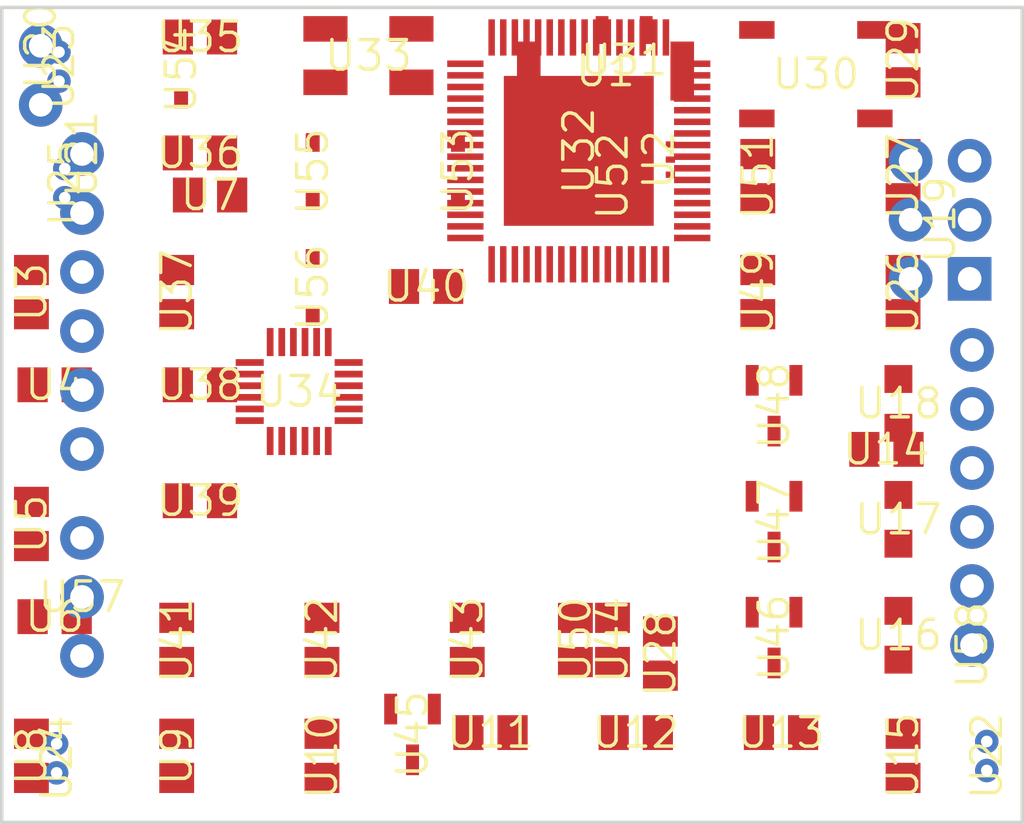
<source format=kicad_pcb>
 ( kicad_pcb  ( version 20171130 )
 ( host pcbnew "(5.1.4-0-10_14)" )
 ( general  ( thickness 1.6 )
 ( drawings 4 )
 ( tracks 0 )
 ( zones 0 )
 ( modules 58 )
 ( nets 81 )
)
 ( page A4 )
 ( layers  ( 0 Top signal )
 ( 31 Bottom signal )
 ( 32 B.Adhes user )
 ( 33 F.Adhes user )
 ( 34 B.Paste user )
 ( 35 F.Paste user )
 ( 36 B.SilkS user )
 ( 37 F.SilkS user )
 ( 38 B.Mask user )
 ( 39 F.Mask user )
 ( 40 Dwgs.User user )
 ( 41 Cmts.User user )
 ( 42 Eco1.User user )
 ( 43 Eco2.User user )
 ( 44 Edge.Cuts user )
 ( 45 Margin user )
 ( 46 B.CrtYd user )
 ( 47 F.CrtYd user )
 ( 48 B.Fab user )
 ( 49 F.Fab user )
)
 ( setup  ( last_trace_width 0.254 )
 ( trace_clearance 0.1524 )
 ( zone_clearance 0.508 )
 ( zone_45_only no )
 ( trace_min 0.2 )
 ( via_size 0.8128 )
 ( via_drill 0.4064 )
 ( via_min_size 0.4 )
 ( via_min_drill 0.3 )
 ( uvia_size 0.3 )
 ( uvia_drill 0.1 )
 ( uvias_allowed yes )
 ( uvia_min_size 0.2 )
 ( uvia_min_drill 0.1 )
 ( edge_width 0.05 )
 ( segment_width 0.2 )
 ( pcb_text_width 0.3 )
 ( pcb_text_size 1.5 1.5 )
 ( mod_edge_width 0.12 )
 ( mod_text_size 1 1 )
 ( mod_text_width 0.15 )
 ( pad_size 1.524 1.524 )
 ( pad_drill 0.762 )
 ( pad_to_mask_clearance 0.051 )
 ( solder_mask_min_width 0.25 )
 ( aux_axis_origin 0 0 )
 ( visible_elements 7FFFFFFF )
 ( pcbplotparams  ( layerselection 0x010fc_ffffffff )
 ( usegerberextensions false )
 ( usegerberattributes false )
 ( usegerberadvancedattributes false )
 ( creategerberjobfile false )
 ( excludeedgelayer true )
 ( linewidth 0.100000 )
 ( plotframeref false )
 ( viasonmask false )
 ( mode 1 )
 ( useauxorigin false )
 ( hpglpennumber 1 )
 ( hpglpenspeed 20 )
 ( hpglpendiameter 15.000000 )
 ( psnegative false )
 ( psa4output false )
 ( plotreference true )
 ( plotvalue true )
 ( plotinvisibletext false )
 ( padsonsilk false )
 ( subtractmaskfromsilk false )
 ( outputformat 1 )
 ( mirror false )
 ( drillshape 1 )
 ( scaleselection 1 )
 ( outputdirectory "" )
)
)
 ( net 0 "" )
 ( net 1 GND )
 ( net 2 3.3V )
 ( net 3 "Net-(U1-Pad64)" )
 ( net 4 "Net-(U1-Pad63)" )
 ( net 5 "Net-(U1-Pad62)" )
 ( net 6 "Net-(C1-Pad1)" )
 ( net 7 "Net-(C5-Pad1)" )
 ( net 8 "Net-(C6-Pad1)" )
 ( net 9 "Net-(U1-Pad53)" )
 ( net 10 "Net-(U1-Pad52)" )
 ( net 11 "Net-(U1-Pad51)" )
 ( net 12 /PE4 )
 ( net 13 /PE3 )
 ( net 14 "Net-(U1-Pad48)" )
 ( net 15 /TX0 )
 ( net 16 /RX0 )
 ( net 17 /PB7 )
 ( net 18 /PB6 )
 ( net 19 /PB5 )
 ( net 20 /PB4 )
 ( net 21 /MISO )
 ( net 22 /MOSI )
 ( net 23 /SCK )
 ( net 24 "Net-(U1-Pad36)" )
 ( net 25 "Net-(U1-Pad32)" )
 ( net 26 "Net-(U1-Pad31)" )
 ( net 27 "Net-(U1-Pad30)" )
 ( net 28 "Net-(U1-Pad29)" )
 ( net 29 /TX1 )
 ( net 30 /RX1 )
 ( net 31 /SDA )
 ( net 32 /SCL )
 ( net 33 "Net-(C2-Pad1)" )
 ( net 34 "Net-(U1-Pad19)" )
 ( net 35 "Net-(U1-Pad18)" )
 ( net 36 "Net-(U1-Pad17)" )
 ( net 37 "Net-(U1-Pad16)" )
 ( net 38 "Net-(U1-Pad15)" )
 ( net 39 "Net-(U1-Pad14)" )
 ( net 40 "Net-(U1-Pad13)" )
 ( net 41 /RESET )
 ( net 42 "Net-(C17-Pad2)" )
 ( net 43 "Net-(C16-Pad1)" )
 ( net 44 "Net-(U1-Pad6)" )
 ( net 45 "Net-(U1-Pad5)" )
 ( net 46 "Net-(U1-Pad4)" )
 ( net 47 "Net-(U1-Pad3)" )
 ( net 48 "Net-(U1-Pad2)" )
 ( net 49 "Net-(U1-Pad1)" )
 ( net 50 "Net-(B1-Pad4)" )
 ( net 51 "Net-(B1-Pad3)" )
 ( net 52 "Net-(B1-Pad2)" )
 ( net 53 /RFANT )
 ( net 54 "Net-(J1-Pad2)" )
 ( net 55 "Net-(JP9-PadCTS)" )
 ( net 56 "Net-(C15-Pad1)" )
 ( net 57 "Net-(C7-Pad2)" )
 ( net 58 /VBAT )
 ( net 59 "Net-(C8-Pad2)" )
 ( net 60 "Net-(C13-Pad2)" )
 ( net 61 "Net-(C14-Pad2)" )
 ( net 62 "Net-(JP3-Pad2)" )
 ( net 63 "Net-(C12-Pad1)" )
 ( net 64 "Net-(R10-Pad1)" )
 ( net 65 "Net-(R3-Pad1)" )
 ( net 66 "Net-(U4-Pad14)" )
 ( net 67 "Net-(U4-Pad13)" )
 ( net 68 "Net-(U4-Pad12)" )
 ( net 69 "Net-(U4-Pad11)" )
 ( net 70 "Net-(U4-Pad10)" )
 ( net 71 "Net-(C25-Pad1)" )
 ( net 72 "Net-(C25-Pad2)" )
 ( net 73 "Net-(C26-Pad2)" )
 ( net 74 "Net-(U4-Pad1)" )
 ( net 75 "Net-(S2-Pad1)" )
 ( net 76 "Net-(JP2-PadCTS)" )
 ( net 77 "Net-(JP2-PadDTR)" )
 ( net 78 "Net-(BOT1-PadA)" )
 ( net 79 "Net-(ARM1-PadA)" )
 ( net 80 "Net-(PWR1-PadA)" )
 ( net_class Default "This is the default net class."  ( clearance 0.1524 )
 ( trace_width 0.254 )
 ( via_dia 0.8128 )
 ( via_drill 0.4064 )
 ( uvia_dia 0.3 )
 ( uvia_drill 0.1 )
 ( add_net /MISO )
 ( add_net /MOSI )
 ( add_net /PB4 )
 ( add_net /PB5 )
 ( add_net /PB6 )
 ( add_net /PB7 )
 ( add_net /PE3 )
 ( add_net /PE4 )
 ( add_net /RESET )
 ( add_net /RFANT )
 ( add_net /RX0 )
 ( add_net /RX1 )
 ( add_net /SCK )
 ( add_net /SCL )
 ( add_net /SDA )
 ( add_net /TX0 )
 ( add_net /TX1 )
 ( add_net 3.3V )
 ( add_net GND )
 ( add_net "Net-(ARM1-PadA)" )
 ( add_net "Net-(B1-Pad2)" )
 ( add_net "Net-(B1-Pad3)" )
 ( add_net "Net-(B1-Pad4)" )
 ( add_net "Net-(BOT1-PadA)" )
 ( add_net "Net-(C1-Pad1)" )
 ( add_net "Net-(C12-Pad1)" )
 ( add_net "Net-(C15-Pad1)" )
 ( add_net "Net-(C16-Pad1)" )
 ( add_net "Net-(C17-Pad2)" )
 ( add_net "Net-(C2-Pad1)" )
 ( add_net "Net-(C25-Pad1)" )
 ( add_net "Net-(C25-Pad2)" )
 ( add_net "Net-(C26-Pad2)" )
 ( add_net "Net-(C5-Pad1)" )
 ( add_net "Net-(C6-Pad1)" )
 ( add_net "Net-(J1-Pad2)" )
 ( add_net "Net-(JP2-PadCTS)" )
 ( add_net "Net-(JP2-PadDTR)" )
 ( add_net "Net-(JP3-Pad2)" )
 ( add_net "Net-(JP9-PadCTS)" )
 ( add_net "Net-(PWR1-PadA)" )
 ( add_net "Net-(R10-Pad1)" )
 ( add_net "Net-(R3-Pad1)" )
 ( add_net "Net-(S2-Pad1)" )
 ( add_net "Net-(U1-Pad1)" )
 ( add_net "Net-(U1-Pad13)" )
 ( add_net "Net-(U1-Pad14)" )
 ( add_net "Net-(U1-Pad15)" )
 ( add_net "Net-(U1-Pad16)" )
 ( add_net "Net-(U1-Pad17)" )
 ( add_net "Net-(U1-Pad18)" )
 ( add_net "Net-(U1-Pad19)" )
 ( add_net "Net-(U1-Pad2)" )
 ( add_net "Net-(U1-Pad29)" )
 ( add_net "Net-(U1-Pad3)" )
 ( add_net "Net-(U1-Pad30)" )
 ( add_net "Net-(U1-Pad31)" )
 ( add_net "Net-(U1-Pad32)" )
 ( add_net "Net-(U1-Pad36)" )
 ( add_net "Net-(U1-Pad4)" )
 ( add_net "Net-(U1-Pad48)" )
 ( add_net "Net-(U1-Pad5)" )
 ( add_net "Net-(U1-Pad51)" )
 ( add_net "Net-(U1-Pad52)" )
 ( add_net "Net-(U1-Pad53)" )
 ( add_net "Net-(U1-Pad6)" )
 ( add_net "Net-(U1-Pad62)" )
 ( add_net "Net-(U1-Pad63)" )
 ( add_net "Net-(U1-Pad64)" )
 ( add_net "Net-(U4-Pad1)" )
 ( add_net "Net-(U4-Pad10)" )
 ( add_net "Net-(U4-Pad11)" )
 ( add_net "Net-(U4-Pad12)" )
 ( add_net "Net-(U4-Pad13)" )
 ( add_net "Net-(U4-Pad14)" )
)
 ( net_class Power ""  ( clearance 0.1524 )
 ( trace_width 0.508 )
 ( via_dia 0.8128 )
 ( via_drill 0.4064 )
 ( uvia_dia 0.3 )
 ( uvia_drill 0.1 )
 ( add_net /VBAT )
 ( add_net "Net-(C13-Pad2)" )
 ( add_net "Net-(C14-Pad2)" )
 ( add_net "Net-(C7-Pad2)" )
 ( add_net "Net-(C8-Pad2)" )
)
 ( module quadcopterJorge:653002114822 locked  ( layer Top )
 ( tedit 5DCF2602 )
 ( tstamp 5DC90212 )
 ( at 168.298800 119.683200 270.000000 )
 ( descr "WR-WTB 1.25mm Male Vertical Shrouded Header, 2 Pins" )
 ( path /FD237801 )
 ( fp_text reference U22  ( at 0 -0.635 270 )
 ( layer F.SilkS )
 ( effects  ( font  ( size 1.27 1.27 )
 ( thickness 0.15 )
)
)
)
 ( fp_text value ""  ( at 0 -0.635 270 )
 ( layer F.SilkS )
 ( effects  ( font  ( size 1.27 1.27 )
 ( thickness 0.15 )
)
)
)
 ( fp_poly  ( pts  ( xy -1.3 -1.335 )
 ( xy 1.3 -1.335 )
 ( xy 1.3 0.065 )
 ( xy -1.3 0.065 )
)
 ( layer B.CrtYd )
 ( width 0.1 )
)
 ( fp_poly  ( pts  ( xy -2.3 -2.035 )
 ( xy 2.3 -2.035 )
 ( xy 2.3 1.565 )
 ( xy -2.3 1.565 )
)
 ( layer F.CrtYd )
 ( width 0.1 )
)
 ( pad 2 thru_hole circle  ( at -0.625 -0.635 270.000000 )
 ( size 1.008 1.008 )
 ( drill 0.5 )
 ( layers *.Cu *.Mask )
 ( net 57 "Net-(C7-Pad2)" )
 ( solder_mask_margin 0.1016 )
)
 ( pad 1 thru_hole circle  ( at 0.625 -0.635 270.000000 )
 ( size 1.008 1.008 )
 ( drill 0.5 )
 ( layers *.Cu *.Mask )
 ( net 58 /VBAT )
 ( solder_mask_margin 0.1016 )
)
)
 ( module quadcopterJorge:653002114822 locked  ( layer Top )
 ( tedit 5DCF2602 )
 ( tstamp 5DC90230 )
 ( at 129.538400 119.784800 90.000000 )
 ( descr "WR-WTB 1.25mm Male Vertical Shrouded Header, 2 Pins" )
 ( path /27E031B9 )
 ( fp_text reference U24  ( at 0 -0.635 90 )
 ( layer F.SilkS )
 ( effects  ( font  ( size 1.27 1.27 )
 ( thickness 0.15 )
)
)
)
 ( fp_text value ""  ( at 0 -0.635 90 )
 ( layer F.SilkS )
 ( effects  ( font  ( size 1.27 1.27 )
 ( thickness 0.15 )
)
)
)
 ( fp_poly  ( pts  ( xy -1.3 -1.335 )
 ( xy 1.3 -1.335 )
 ( xy 1.3 0.065 )
 ( xy -1.3 0.065 )
)
 ( layer B.CrtYd )
 ( width 0.1 )
)
 ( fp_poly  ( pts  ( xy -2.3 -2.035 )
 ( xy 2.3 -2.035 )
 ( xy 2.3 1.565 )
 ( xy -2.3 1.565 )
)
 ( layer F.CrtYd )
 ( width 0.1 )
)
 ( pad 2 thru_hole circle  ( at -0.625 -0.635 90.000000 )
 ( size 1.008 1.008 )
 ( drill 0.5 )
 ( layers *.Cu *.Mask )
 ( net 60 "Net-(C13-Pad2)" )
 ( solder_mask_margin 0.1016 )
)
 ( pad 1 thru_hole circle  ( at 0.625 -0.635 90.000000 )
 ( size 1.008 1.008 )
 ( drill 0.5 )
 ( layers *.Cu *.Mask )
 ( net 58 /VBAT )
 ( solder_mask_margin 0.1016 )
)
)
 ( module quadcopterJorge:1X02  ( layer Top )
 ( tedit 5DCF25B9 )
 ( tstamp 5DC901C6 )
 ( at 128.219000 90.391100 270.000000 )
 ( path /EC28632A )
 ( fp_text reference U20  ( at -1.27 0 270 )
 ( layer F.SilkS )
 ( effects  ( font  ( size 1.27 1.27 )
 ( thickness 0.15 )
)
)
)
 ( fp_text value ""  ( at -1.27 0 270 )
 ( layer F.SilkS )
 ( effects  ( font  ( size 1.27 1.27 )
 ( thickness 0.15 )
)
)
)
 ( fp_poly  ( pts  ( xy -2.67 -1.4 )
 ( xy 2.63 -1.4 )
 ( xy 2.63 1.4 )
 ( xy -2.67 1.4 )
)
 ( layer B.CrtYd )
 ( width 0.1 )
)
 ( fp_poly  ( pts  ( xy -2.67 -1.4 )
 ( xy 2.63 -1.4 )
 ( xy 2.63 1.4 )
 ( xy -2.67 1.4 )
)
 ( layer F.CrtYd )
 ( width 0.1 )
)
 ( pad 2 thru_hole circle  ( at 1.27 0 )
 ( size 1.8796 1.8796 )
 ( drill 1.016 )
 ( layers *.Cu *.Mask )
 ( net 62 "Net-(JP3-Pad2)" )
 ( solder_mask_margin 0.1016 )
)
 ( pad 1 thru_hole circle  ( at -1.27 0 )
 ( size 1.8796 1.8796 )
 ( drill 1.016 )
 ( layers *.Cu *.Mask )
 ( net 1 GND )
 ( solder_mask_margin 0.1016 )
)
)
 ( module quadcopterJorge:653002114822  ( layer Top )
 ( tedit 5DCF2602 )
 ( tstamp 5DC9023F )
 ( at 128.619000 95.030386 270.000000 )
 ( descr "WR-WTB 1.25mm Male Vertical Shrouded Header, 2 Pins" )
 ( path /DCB17BD7 )
 ( fp_text reference U25  ( at 0 -0.635 270 )
 ( layer F.SilkS )
 ( effects  ( font  ( size 1.27 1.27 )
 ( thickness 0.15 )
)
)
)
 ( fp_text value ""  ( at 0 -0.635 270 )
 ( layer F.SilkS )
 ( effects  ( font  ( size 1.27 1.27 )
 ( thickness 0.15 )
)
)
)
 ( fp_poly  ( pts  ( xy -1.3 -1.335 )
 ( xy 1.3 -1.335 )
 ( xy 1.3 0.065 )
 ( xy -1.3 0.065 )
)
 ( layer B.CrtYd )
 ( width 0.1 )
)
 ( fp_poly  ( pts  ( xy -2.3 -2.035 )
 ( xy 2.3 -2.035 )
 ( xy 2.3 1.565 )
 ( xy -2.3 1.565 )
)
 ( layer F.CrtYd )
 ( width 0.1 )
)
 ( pad 2 thru_hole circle  ( at -0.625 -0.635 270.000000 )
 ( size 1.008 1.008 )
 ( drill 0.5 )
 ( layers *.Cu *.Mask )
 ( net 61 "Net-(C14-Pad2)" )
 ( solder_mask_margin 0.1016 )
)
 ( pad 1 thru_hole circle  ( at 0.625 -0.635 270.000000 )
 ( size 1.008 1.008 )
 ( drill 0.5 )
 ( layers *.Cu *.Mask )
 ( net 58 /VBAT )
 ( solder_mask_margin 0.1016 )
)
)
 ( module quadcopterJorge:653002114822 locked  ( layer Top )
 ( tedit 5DCF2602 )
 ( tstamp 5DC90221 )
 ( at 128.370000 90.016000 270.000000 )
 ( descr "WR-WTB 1.25mm Male Vertical Shrouded Header, 2 Pins" )
 ( path /4C99C424 )
 ( fp_text reference U23  ( at 0 -0.635 270 )
 ( layer F.SilkS )
 ( effects  ( font  ( size 1.27 1.27 )
 ( thickness 0.15 )
)
)
)
 ( fp_text value ""  ( at 0 -0.635 270 )
 ( layer F.SilkS )
 ( effects  ( font  ( size 1.27 1.27 )
 ( thickness 0.15 )
)
)
)
 ( fp_poly  ( pts  ( xy -1.3 -1.335 )
 ( xy 1.3 -1.335 )
 ( xy 1.3 0.065 )
 ( xy -1.3 0.065 )
)
 ( layer B.CrtYd )
 ( width 0.1 )
)
 ( fp_poly  ( pts  ( xy -2.3 -2.035 )
 ( xy 2.3 -2.035 )
 ( xy 2.3 1.565 )
 ( xy -2.3 1.565 )
)
 ( layer F.CrtYd )
 ( width 0.1 )
)
 ( pad 2 thru_hole circle  ( at -0.625 -0.635 270.000000 )
 ( size 1.008 1.008 )
 ( drill 0.5 )
 ( layers *.Cu *.Mask )
 ( net 59 "Net-(C8-Pad2)" )
 ( solder_mask_margin 0.1016 )
)
 ( pad 1 thru_hole circle  ( at 0.625 -0.635 270.000000 )
 ( size 1.008 1.008 )
 ( drill 0.5 )
 ( layers *.Cu *.Mask )
 ( net 58 /VBAT )
 ( solder_mask_margin 0.1016 )
)
)
 ( module quadcopterJorge:FTDI_BASIC locked  ( layer Top )
 ( tedit 5DCF2629 )
 ( tstamp 5DC901DB )
 ( at 129.995600 100.125200 270.000000 )
 ( path /9500817F )
 ( fp_text reference U21  ( at -6.35 0 270 )
 ( layer F.SilkS )
 ( effects  ( font  ( size 1.27 1.27 )
 ( thickness 0.15 )
)
)
)
 ( fp_text value ""  ( at -6.35 0 270 )
 ( layer F.SilkS )
 ( effects  ( font  ( size 1.27 1.27 )
 ( thickness 0.15 )
)
)
)
 ( fp_poly  ( pts  ( xy -7.65 -1.3 )
 ( xy 7.65 -1.3 )
 ( xy 7.65 1.3 )
 ( xy -7.65 1.3 )
)
 ( layer B.CrtYd )
 ( width 0.1 )
)
 ( fp_poly  ( pts  ( xy -7.65 -1.3 )
 ( xy 7.65 -1.3 )
 ( xy 7.65 1.3 )
 ( xy -7.65 1.3 )
)
 ( layer F.CrtYd )
 ( width 0.1 )
)
 ( pad GND thru_hole circle  ( at 6.35 0 )
 ( size 1.8796 1.8796 )
 ( drill 1.016 )
 ( layers *.Cu *.Mask )
 ( net 1 GND )
 ( solder_mask_margin 0.1016 )
)
 ( pad CTS thru_hole circle  ( at 3.81 0 )
 ( size 1.8796 1.8796 )
 ( drill 1.016 )
 ( layers *.Cu *.Mask )
 ( net 55 "Net-(JP9-PadCTS)" )
 ( solder_mask_margin 0.1016 )
)
 ( pad VCC thru_hole circle  ( at 1.27 0 )
 ( size 1.8796 1.8796 )
 ( drill 1.016 )
 ( layers *.Cu *.Mask )
 ( net 2 3.3V )
 ( solder_mask_margin 0.1016 )
)
 ( pad TXO thru_hole circle  ( at -1.27 0 )
 ( size 1.8796 1.8796 )
 ( drill 1.016 )
 ( layers *.Cu *.Mask )
 ( net 16 /RX0 )
 ( solder_mask_margin 0.1016 )
)
 ( pad RXI thru_hole circle  ( at -3.81 0 )
 ( size 1.8796 1.8796 )
 ( drill 1.016 )
 ( layers *.Cu *.Mask )
 ( net 15 /TX0 )
 ( solder_mask_margin 0.1016 )
)
 ( pad DTR thru_hole circle  ( at -6.35 0 )
 ( size 1.8796 1.8796 )
 ( drill 1.016 )
 ( layers *.Cu *.Mask )
 ( net 56 "Net-(C15-Pad1)" )
 ( solder_mask_margin 0.1016 )
)
)
 ( module quadcopterJorge:FTDI_BASIC locked  ( layer Top )
 ( tedit 5DCF2629 )
 ( tstamp 5DC904F2 )
 ( at 168.298800 108.558000 90.000000 )
 ( path /E74E9B50 )
 ( fp_text reference U58  ( at -6.35 0 90 )
 ( layer F.SilkS )
 ( effects  ( font  ( size 1.27 1.27 )
 ( thickness 0.15 )
)
)
)
 ( fp_text value ""  ( at -6.35 0 90 )
 ( layer F.SilkS )
 ( effects  ( font  ( size 1.27 1.27 )
 ( thickness 0.15 )
)
)
)
 ( fp_poly  ( pts  ( xy -7.65 -1.3 )
 ( xy 7.65 -1.3 )
 ( xy 7.65 1.3 )
 ( xy -7.65 1.3 )
)
 ( layer B.CrtYd )
 ( width 0.1 )
)
 ( fp_poly  ( pts  ( xy -7.65 -1.3 )
 ( xy 7.65 -1.3 )
 ( xy 7.65 1.3 )
 ( xy -7.65 1.3 )
)
 ( layer F.CrtYd )
 ( width 0.1 )
)
 ( pad GND thru_hole circle  ( at 6.35 0 180.000000 )
 ( size 1.8796 1.8796 )
 ( drill 1.016 )
 ( layers *.Cu *.Mask )
 ( net 1 GND )
 ( solder_mask_margin 0.1016 )
)
 ( pad CTS thru_hole circle  ( at 3.81 0 180.000000 )
 ( size 1.8796 1.8796 )
 ( drill 1.016 )
 ( layers *.Cu *.Mask )
 ( net 76 "Net-(JP2-PadCTS)" )
 ( solder_mask_margin 0.1016 )
)
 ( pad VCC thru_hole circle  ( at 1.27 0 180.000000 )
 ( size 1.8796 1.8796 )
 ( drill 1.016 )
 ( layers *.Cu *.Mask )
 ( net 2 3.3V )
 ( solder_mask_margin 0.1016 )
)
 ( pad TXO thru_hole circle  ( at -1.27 0 180.000000 )
 ( size 1.8796 1.8796 )
 ( drill 1.016 )
 ( layers *.Cu *.Mask )
 ( net 30 /RX1 )
 ( solder_mask_margin 0.1016 )
)
 ( pad RXI thru_hole circle  ( at -3.81 0 180.000000 )
 ( size 1.8796 1.8796 )
 ( drill 1.016 )
 ( layers *.Cu *.Mask )
 ( net 29 /TX1 )
 ( solder_mask_margin 0.1016 )
)
 ( pad DTR thru_hole circle  ( at -6.35 0 180.000000 )
 ( size 1.8796 1.8796 )
 ( drill 1.016 )
 ( layers *.Cu *.Mask )
 ( net 77 "Net-(JP2-PadDTR)" )
 ( solder_mask_margin 0.1016 )
)
)
 ( module quadcopterJorge:ANTENNA-CHIP5 locked  ( layer Top )
 ( tedit 5DCE6AFB )
 ( tstamp 5DC900A2 )
 ( at 152.525400 90.206500 )
 ( path /EA64C37F )
 ( fp_text reference U1  ( at 0 0 )
 ( layer F.SilkS )
 ( effects  ( font  ( size 1.27 1.27 )
 ( thickness 0.15 )
)
)
)
 ( fp_text value ""  ( at 0 0 )
 ( layer F.SilkS )
 ( effects  ( font  ( size 1.27 1.27 )
 ( thickness 0.15 )
)
)
)
 ( fp_poly  ( pts  ( xy -4 -1.4 )
 ( xy 4 -1.4 )
 ( xy 4 1.4 )
 ( xy -4 1.4 )
)
 ( layer F.CrtYd )
 ( width 0.1 )
)
 ( pad FEED smd rect  ( at -3.302 0 180.000000 )
 ( size 1.016 2.54 )
 ( layers Top F.Mask F.Paste )
 ( net 53 /RFANT )
 ( solder_mask_margin 0.1016 )
)
 ( pad NC smd rect  ( at 3.302 0 180.000000 )
 ( size 1.016 2.54 )
 ( layers Top F.Mask F.Paste )
 ( solder_mask_margin 0.1016 )
)
)
 ( module quadcopterJorge:BALUN-0805 locked  ( layer Top )
 ( tedit 5DCE655C )
 ( tstamp 5DC900AF )
 ( at 154.811400 94.016500 270.000000 )
 ( descr "<h3>Balun - 0805 Package</h3>\n<p>Transformer to convert an unbalanced signal to a balenced one, or vice-versa.</p>\n<p><a href=\"http://katalog.we-online.de/pbs/datasheet/748421245.pdf\">Example Datasheet</a></p>" )
 ( path /A14A3ED5 )
 ( fp_text reference U2  ( at 0 0 270 )
 ( layer F.SilkS )
 ( effects  ( font  ( size 1.27 1.27 )
 ( thickness 0.15 )
)
)
)
 ( fp_text value ""  ( at 0 0 270 )
 ( layer F.SilkS )
 ( effects  ( font  ( size 1.27 1.27 )
 ( thickness 0.15 )
)
)
)
 ( fp_poly  ( pts  ( xy -1.3 -0.9 )
 ( xy 1.3 -0.9 )
 ( xy 1.3 0.9 )
 ( xy -1.3 0.9 )
)
 ( layer F.CrtYd )
 ( width 0.1 )
)
 ( pad 4 smd rect  ( at 0.65 -0.505 270.000000 )
 ( size 0.27 0.4 )
 ( layers Top F.Mask F.Paste )
 ( net 50 "Net-(B1-Pad4)" )
 ( solder_mask_margin 0.1016 )
)
 ( pad 5 smd rect  ( at 0 -0.505 270.000000 )
 ( size 0.27 0.4 )
 ( layers Top F.Mask F.Paste )
 ( net 1 GND )
 ( solder_mask_margin 0.1016 )
)
 ( pad 6 smd rect  ( at -0.65 -0.505 270.000000 )
 ( size 0.27 0.4 )
 ( layers Top F.Mask F.Paste )
 ( solder_mask_margin 0.1016 )
)
 ( pad 3 smd rect  ( at 0.65 0.495 270.000000 )
 ( size 0.27 0.4 )
 ( layers Top F.Mask F.Paste )
 ( net 51 "Net-(B1-Pad3)" )
 ( solder_mask_margin 0.1016 )
)
 ( pad 2 smd rect  ( at 0 0.495 270.000000 )
 ( size 0.27 0.4 )
 ( layers Top F.Mask F.Paste )
 ( net 52 "Net-(B1-Pad2)" )
 ( solder_mask_margin 0.1016 )
)
 ( pad 1 smd rect  ( at -0.65 0.495 270.000000 )
 ( size 0.27 0.4 )
 ( layers Top F.Mask F.Paste )
 ( net 53 /RFANT )
 ( solder_mask_margin 0.1016 )
)
)
 ( module quadcopterJorge:C0805  ( layer Top )
 ( tedit 5DCE6588 )
 ( tstamp 5DC900C6 )
 ( at 127.819000 99.719671 90.000000 )
 ( descr <b>CAPACITOR</b><p> )
 ( path /C8E3AF05 )
 ( fp_text reference U3  ( at 0 0 90 )
 ( layer F.SilkS )
 ( effects  ( font  ( size 1.27 1.27 )
 ( thickness 0.15 )
)
)
)
 ( fp_text value ""  ( at 0 0 90 )
 ( layer F.SilkS )
 ( effects  ( font  ( size 1.27 1.27 )
 ( thickness 0.15 )
)
)
)
 ( fp_poly  ( pts  ( xy -2 -1 )
 ( xy 2 -1 )
 ( xy 2 1 )
 ( xy -2 1 )
)
 ( layer F.CrtYd )
 ( width 0.1 )
)
 ( pad 2 smd rect  ( at 0.95 0 90.000000 )
 ( size 1.3 1.5 )
 ( layers Top F.Mask F.Paste )
 ( net 1 GND )
 ( solder_mask_margin 0.1016 )
)
 ( pad 1 smd rect  ( at -0.95 0 90.000000 )
 ( size 1.3 1.5 )
 ( layers Top F.Mask F.Paste )
 ( net 6 "Net-(C1-Pad1)" )
 ( solder_mask_margin 0.1016 )
)
)
 ( module quadcopterJorge:C0805  ( layer Top )
 ( tedit 5DCE6588 )
 ( tstamp 5DC900D4 )
 ( at 128.819000 103.708957 )
 ( descr <b>CAPACITOR</b><p> )
 ( path /F9611745 )
 ( fp_text reference U4  ( at 0 0 )
 ( layer F.SilkS )
 ( effects  ( font  ( size 1.27 1.27 )
 ( thickness 0.15 )
)
)
)
 ( fp_text value ""  ( at 0 0 )
 ( layer F.SilkS )
 ( effects  ( font  ( size 1.27 1.27 )
 ( thickness 0.15 )
)
)
)
 ( fp_poly  ( pts  ( xy -2 -1 )
 ( xy 2 -1 )
 ( xy 2 1 )
 ( xy -2 1 )
)
 ( layer F.CrtYd )
 ( width 0.1 )
)
 ( pad 2 smd rect  ( at 0.95 0 )
 ( size 1.3 1.5 )
 ( layers Top F.Mask F.Paste )
 ( net 1 GND )
 ( solder_mask_margin 0.1016 )
)
 ( pad 1 smd rect  ( at -0.95 0 )
 ( size 1.3 1.5 )
 ( layers Top F.Mask F.Paste )
 ( net 2 3.3V )
 ( solder_mask_margin 0.1016 )
)
)
 ( module quadcopterJorge:C0805  ( layer Top )
 ( tedit 5DCE6588 )
 ( tstamp 5DC900E2 )
 ( at 127.819000 109.698243 270.000000 )
 ( descr <b>CAPACITOR</b><p> )
 ( path /863C519D )
 ( fp_text reference U5  ( at 0 0 270 )
 ( layer F.SilkS )
 ( effects  ( font  ( size 1.27 1.27 )
 ( thickness 0.15 )
)
)
)
 ( fp_text value ""  ( at 0 0 270 )
 ( layer F.SilkS )
 ( effects  ( font  ( size 1.27 1.27 )
 ( thickness 0.15 )
)
)
)
 ( fp_poly  ( pts  ( xy -2 -1 )
 ( xy 2 -1 )
 ( xy 2 1 )
 ( xy -2 1 )
)
 ( layer F.CrtYd )
 ( width 0.1 )
)
 ( pad 2 smd rect  ( at 0.95 0 270.000000 )
 ( size 1.3 1.5 )
 ( layers Top F.Mask F.Paste )
 ( net 1 GND )
 ( solder_mask_margin 0.1016 )
)
 ( pad 1 smd rect  ( at -0.95 0 270.000000 )
 ( size 1.3 1.5 )
 ( layers Top F.Mask F.Paste )
 ( net 52 "Net-(B1-Pad2)" )
 ( solder_mask_margin 0.1016 )
)
)
 ( module quadcopterJorge:C0805  ( layer Top )
 ( tedit 5DCE6588 )
 ( tstamp 5DC900F0 )
 ( at 128.819000 113.687529 )
 ( descr <b>CAPACITOR</b><p> )
 ( path /A436D0BD )
 ( fp_text reference U6  ( at 0 0 )
 ( layer F.SilkS )
 ( effects  ( font  ( size 1.27 1.27 )
 ( thickness 0.15 )
)
)
)
 ( fp_text value ""  ( at 0 0 )
 ( layer F.SilkS )
 ( effects  ( font  ( size 1.27 1.27 )
 ( thickness 0.15 )
)
)
)
 ( fp_poly  ( pts  ( xy -2 -1 )
 ( xy 2 -1 )
 ( xy 2 1 )
 ( xy -2 1 )
)
 ( layer F.CrtYd )
 ( width 0.1 )
)
 ( pad 2 smd rect  ( at 0.95 0 )
 ( size 1.3 1.5 )
 ( layers Top F.Mask F.Paste )
 ( net 1 GND )
 ( solder_mask_margin 0.1016 )
)
 ( pad 1 smd rect  ( at -0.95 0 )
 ( size 1.3 1.5 )
 ( layers Top F.Mask F.Paste )
 ( net 63 "Net-(C12-Pad1)" )
 ( solder_mask_margin 0.1016 )
)
)
 ( module quadcopterJorge:C0805  ( layer Top )
 ( tedit 5DCE6588 )
 ( tstamp 5DC900FE )
 ( at 135.507400 95.540500 )
 ( descr <b>CAPACITOR</b><p> )
 ( path /C65B0EAD )
 ( fp_text reference U7  ( at 0 0 )
 ( layer F.SilkS )
 ( effects  ( font  ( size 1.27 1.27 )
 ( thickness 0.15 )
)
)
)
 ( fp_text value ""  ( at 0 0 )
 ( layer F.SilkS )
 ( effects  ( font  ( size 1.27 1.27 )
 ( thickness 0.15 )
)
)
)
 ( fp_poly  ( pts  ( xy -2 -1 )
 ( xy 2 -1 )
 ( xy 2 1 )
 ( xy -2 1 )
)
 ( layer F.CrtYd )
 ( width 0.1 )
)
 ( pad 2 smd rect  ( at 0.95 0 )
 ( size 1.3 1.5 )
 ( layers Top F.Mask F.Paste )
 ( net 41 /RESET )
 ( solder_mask_margin 0.1016 )
)
 ( pad 1 smd rect  ( at -0.95 0 )
 ( size 1.3 1.5 )
 ( layers Top F.Mask F.Paste )
 ( net 56 "Net-(C15-Pad1)" )
 ( solder_mask_margin 0.1016 )
)
)
 ( module quadcopterJorge:C0805  ( layer Top )
 ( tedit 5DCE6588 )
 ( tstamp 5DC9010C )
 ( at 127.819000 119.676814 90.000000 )
 ( descr <b>CAPACITOR</b><p> )
 ( path /4CA4B545 )
 ( fp_text reference U8  ( at 0 0 90 )
 ( layer F.SilkS )
 ( effects  ( font  ( size 1.27 1.27 )
 ( thickness 0.15 )
)
)
)
 ( fp_text value ""  ( at 0 0 90 )
 ( layer F.SilkS )
 ( effects  ( font  ( size 1.27 1.27 )
 ( thickness 0.15 )
)
)
)
 ( fp_poly  ( pts  ( xy -2 -1 )
 ( xy 2 -1 )
 ( xy 2 1 )
 ( xy -2 1 )
)
 ( layer F.CrtYd )
 ( width 0.1 )
)
 ( pad 2 smd rect  ( at 0.95 0 90.000000 )
 ( size 1.3 1.5 )
 ( layers Top F.Mask F.Paste )
 ( net 51 "Net-(B1-Pad3)" )
 ( solder_mask_margin 0.1016 )
)
 ( pad 1 smd rect  ( at -0.95 0 90.000000 )
 ( size 1.3 1.5 )
 ( layers Top F.Mask F.Paste )
 ( net 43 "Net-(C16-Pad1)" )
 ( solder_mask_margin 0.1016 )
)
)
 ( module quadcopterJorge:C0805  ( layer Top )
 ( tedit 5DCE6588 )
 ( tstamp 5DC9011A )
 ( at 134.071029 119.676814 270.000000 )
 ( descr <b>CAPACITOR</b><p> )
 ( path /57A7EDF6 )
 ( fp_text reference U9  ( at 0 0 270 )
 ( layer F.SilkS )
 ( effects  ( font  ( size 1.27 1.27 )
 ( thickness 0.15 )
)
)
)
 ( fp_text value ""  ( at 0 0 270 )
 ( layer F.SilkS )
 ( effects  ( font  ( size 1.27 1.27 )
 ( thickness 0.15 )
)
)
)
 ( fp_poly  ( pts  ( xy -2 -1 )
 ( xy 2 -1 )
 ( xy 2 1 )
 ( xy -2 1 )
)
 ( layer F.CrtYd )
 ( width 0.1 )
)
 ( pad 2 smd rect  ( at 0.95 0 270.000000 )
 ( size 1.3 1.5 )
 ( layers Top F.Mask F.Paste )
 ( net 42 "Net-(C17-Pad2)" )
 ( solder_mask_margin 0.1016 )
)
 ( pad 1 smd rect  ( at -0.95 0 270.000000 )
 ( size 1.3 1.5 )
 ( layers Top F.Mask F.Paste )
 ( net 50 "Net-(B1-Pad4)" )
 ( solder_mask_margin 0.1016 )
)
)
 ( module quadcopterJorge:C0805  ( layer Top )
 ( tedit 5DCE6588 )
 ( tstamp 5DC90128 )
 ( at 140.323057 119.676814 90.000000 )
 ( descr <b>CAPACITOR</b><p> )
 ( path /AC671DB5 )
 ( fp_text reference U10  ( at 0 0 90 )
 ( layer F.SilkS )
 ( effects  ( font  ( size 1.27 1.27 )
 ( thickness 0.15 )
)
)
)
 ( fp_text value ""  ( at 0 0 90 )
 ( layer F.SilkS )
 ( effects  ( font  ( size 1.27 1.27 )
 ( thickness 0.15 )
)
)
)
 ( fp_poly  ( pts  ( xy -2 -1 )
 ( xy 2 -1 )
 ( xy 2 1 )
 ( xy -2 1 )
)
 ( layer F.CrtYd )
 ( width 0.1 )
)
 ( pad 2 smd rect  ( at 0.95 0 90.000000 )
 ( size 1.3 1.5 )
 ( layers Top F.Mask F.Paste )
 ( net 1 GND )
 ( solder_mask_margin 0.1016 )
)
 ( pad 1 smd rect  ( at -0.95 0 90.000000 )
 ( size 1.3 1.5 )
 ( layers Top F.Mask F.Paste )
 ( net 33 "Net-(C2-Pad1)" )
 ( solder_mask_margin 0.1016 )
)
)
 ( module quadcopterJorge:C0805  ( layer Top )
 ( tedit 5DCE6588 )
 ( tstamp 5DC90136 )
 ( at 147.575086 118.676814 )
 ( descr <b>CAPACITOR</b><p> )
 ( path /88B3C59D )
 ( fp_text reference U11  ( at 0 0 )
 ( layer F.SilkS )
 ( effects  ( font  ( size 1.27 1.27 )
 ( thickness 0.15 )
)
)
)
 ( fp_text value ""  ( at 0 0 )
 ( layer F.SilkS )
 ( effects  ( font  ( size 1.27 1.27 )
 ( thickness 0.15 )
)
)
)
 ( fp_poly  ( pts  ( xy -2 -1 )
 ( xy 2 -1 )
 ( xy 2 1 )
 ( xy -2 1 )
)
 ( layer F.CrtYd )
 ( width 0.1 )
)
 ( pad 2 smd rect  ( at 0.95 0 )
 ( size 1.3 1.5 )
 ( layers Top F.Mask F.Paste )
 ( net 1 GND )
 ( solder_mask_margin 0.1016 )
)
 ( pad 1 smd rect  ( at -0.95 0 )
 ( size 1.3 1.5 )
 ( layers Top F.Mask F.Paste )
 ( net 58 /VBAT )
 ( solder_mask_margin 0.1016 )
)
)
 ( module quadcopterJorge:C0805  ( layer Top )
 ( tedit 5DCE6588 )
 ( tstamp 5DC90144 )
 ( at 153.827114 118.676814 )
 ( descr <b>CAPACITOR</b><p> )
 ( path /ECDD94AD )
 ( fp_text reference U12  ( at 0 0 )
 ( layer F.SilkS )
 ( effects  ( font  ( size 1.27 1.27 )
 ( thickness 0.15 )
)
)
)
 ( fp_text value ""  ( at 0 0 )
 ( layer F.SilkS )
 ( effects  ( font  ( size 1.27 1.27 )
 ( thickness 0.15 )
)
)
)
 ( fp_poly  ( pts  ( xy -2 -1 )
 ( xy 2 -1 )
 ( xy 2 1 )
 ( xy -2 1 )
)
 ( layer F.CrtYd )
 ( width 0.1 )
)
 ( pad 2 smd rect  ( at 0.95 0 )
 ( size 1.3 1.5 )
 ( layers Top F.Mask F.Paste )
 ( net 1 GND )
 ( solder_mask_margin 0.1016 )
)
 ( pad 1 smd rect  ( at -0.95 0 )
 ( size 1.3 1.5 )
 ( layers Top F.Mask F.Paste )
 ( net 2 3.3V )
 ( solder_mask_margin 0.1016 )
)
)
 ( module quadcopterJorge:C0805  ( layer Top )
 ( tedit 5DCE6588 )
 ( tstamp 5DC90152 )
 ( at 160.079143 118.676814 )
 ( descr <b>CAPACITOR</b><p> )
 ( path /40EB53D4 )
 ( fp_text reference U13  ( at 0 0 )
 ( layer F.SilkS )
 ( effects  ( font  ( size 1.27 1.27 )
 ( thickness 0.15 )
)
)
)
 ( fp_text value ""  ( at 0 0 )
 ( layer F.SilkS )
 ( effects  ( font  ( size 1.27 1.27 )
 ( thickness 0.15 )
)
)
)
 ( fp_poly  ( pts  ( xy -2 -1 )
 ( xy 2 -1 )
 ( xy 2 1 )
 ( xy -2 1 )
)
 ( layer F.CrtYd )
 ( width 0.1 )
)
 ( pad 2 smd rect  ( at 0.95 0 )
 ( size 1.3 1.5 )
 ( layers Top F.Mask F.Paste )
 ( net 1 GND )
 ( solder_mask_margin 0.1016 )
)
 ( pad 1 smd rect  ( at -0.95 0 )
 ( size 1.3 1.5 )
 ( layers Top F.Mask F.Paste )
 ( net 7 "Net-(C5-Pad1)" )
 ( solder_mask_margin 0.1016 )
)
)
 ( module quadcopterJorge:C0805  ( layer Top )
 ( tedit 5DCE6588 )
 ( tstamp 5DC90160 )
 ( at 164.615800 106.487900 )
 ( descr <b>CAPACITOR</b><p> )
 ( path /EF4A0B26 )
 ( fp_text reference U14  ( at 0 0 )
 ( layer F.SilkS )
 ( effects  ( font  ( size 1.27 1.27 )
 ( thickness 0.15 )
)
)
)
 ( fp_text value ""  ( at 0 0 )
 ( layer F.SilkS )
 ( effects  ( font  ( size 1.27 1.27 )
 ( thickness 0.15 )
)
)
)
 ( fp_poly  ( pts  ( xy -2 -1 )
 ( xy 2 -1 )
 ( xy 2 1 )
 ( xy -2 1 )
)
 ( layer F.CrtYd )
 ( width 0.1 )
)
 ( pad 2 smd rect  ( at 0.95 0 )
 ( size 1.3 1.5 )
 ( layers Top F.Mask F.Paste )
 ( net 1 GND )
 ( solder_mask_margin 0.1016 )
)
 ( pad 1 smd rect  ( at -0.95 0 )
 ( size 1.3 1.5 )
 ( layers Top F.Mask F.Paste )
 ( net 8 "Net-(C6-Pad1)" )
 ( solder_mask_margin 0.1016 )
)
)
 ( module quadcopterJorge:C0805  ( layer Top )
 ( tedit 5DCE6588 )
 ( tstamp 5DC9016E )
 ( at 165.331171 119.676814 90.000000 )
 ( descr <b>CAPACITOR</b><p> )
 ( path /E301BF82 )
 ( fp_text reference U15  ( at 0 0 90 )
 ( layer F.SilkS )
 ( effects  ( font  ( size 1.27 1.27 )
 ( thickness 0.15 )
)
)
)
 ( fp_text value ""  ( at 0 0 90 )
 ( layer F.SilkS )
 ( effects  ( font  ( size 1.27 1.27 )
 ( thickness 0.15 )
)
)
)
 ( fp_poly  ( pts  ( xy -2 -1 )
 ( xy 2 -1 )
 ( xy 2 1 )
 ( xy -2 1 )
)
 ( layer F.CrtYd )
 ( width 0.1 )
)
 ( pad 2 smd rect  ( at 0.95 0 90.000000 )
 ( size 1.3 1.5 )
 ( layers Top F.Mask F.Paste )
 ( net 53 /RFANT )
 ( solder_mask_margin 0.1016 )
)
 ( pad 1 smd rect  ( at -0.95 0 90.000000 )
 ( size 1.3 1.5 )
 ( layers Top F.Mask F.Paste )
 ( net 1 GND )
 ( solder_mask_margin 0.1016 )
)
)
 ( module quadcopterJorge:CHIP-LED0805  ( layer Top )
 ( tedit 5DCE6B13 )
 ( tstamp 5DC9017C )
 ( at 165.131171 114.487529 180.000000 )
 ( descr "<b>Hyper CHIPLED Hyper-Bright LED</b><p>\nLB R99A<br>\nSource: http://www.osram.convergy.de/ ... lb_r99a.pdf" )
 ( path /D9B9D322 )
 ( fp_text reference U16  ( at 0 0 180 )
 ( layer F.SilkS )
 ( effects  ( font  ( size 1.27 1.27 )
 ( thickness 0.15 )
)
)
)
 ( fp_text value ""  ( at 0 0 180 )
 ( layer F.SilkS )
 ( effects  ( font  ( size 1.27 1.27 )
 ( thickness 0.15 )
)
)
)
 ( fp_poly  ( pts  ( xy -0.8 -1.8 )
 ( xy 0.8 -1.8 )
 ( xy 0.8 1.8 )
 ( xy -0.8 1.8 )
)
 ( layer F.CrtYd )
 ( width 0.1 )
)
 ( pad A smd rect  ( at 0 1.05 180.000000 )
 ( size 1.2 1.2 )
 ( layers Top F.Mask F.Paste )
 ( net 80 "Net-(PWR1-PadA)" )
 ( solder_mask_margin 0.1016 )
)
 ( pad C smd rect  ( at 0 -1.05 180.000000 )
 ( size 1.2 1.2 )
 ( layers Top F.Mask F.Paste )
 ( net 1 GND )
 ( solder_mask_margin 0.1016 )
)
)
 ( module quadcopterJorge:CHIP-LED0805  ( layer Top )
 ( tedit 5DCE6B13 )
 ( tstamp 5DC90188 )
 ( at 165.131171 109.498243 180.000000 )
 ( descr "<b>Hyper CHIPLED Hyper-Bright LED</b><p>\nLB R99A<br>\nSource: http://www.osram.convergy.de/ ... lb_r99a.pdf" )
 ( path /2B5E229B )
 ( fp_text reference U17  ( at 0 0 180 )
 ( layer F.SilkS )
 ( effects  ( font  ( size 1.27 1.27 )
 ( thickness 0.15 )
)
)
)
 ( fp_text value ""  ( at 0 0 180 )
 ( layer F.SilkS )
 ( effects  ( font  ( size 1.27 1.27 )
 ( thickness 0.15 )
)
)
)
 ( fp_poly  ( pts  ( xy -0.8 -1.8 )
 ( xy 0.8 -1.8 )
 ( xy 0.8 1.8 )
 ( xy -0.8 1.8 )
)
 ( layer F.CrtYd )
 ( width 0.1 )
)
 ( pad A smd rect  ( at 0 1.05 180.000000 )
 ( size 1.2 1.2 )
 ( layers Top F.Mask F.Paste )
 ( net 78 "Net-(BOT1-PadA)" )
 ( solder_mask_margin 0.1016 )
)
 ( pad C smd rect  ( at 0 -1.05 180.000000 )
 ( size 1.2 1.2 )
 ( layers Top F.Mask F.Paste )
 ( net 1 GND )
 ( solder_mask_margin 0.1016 )
)
)
 ( module quadcopterJorge:CHIP-LED0805  ( layer Top )
 ( tedit 5DCE6B13 )
 ( tstamp 5DC90194 )
 ( at 165.131171 104.508957 180.000000 )
 ( descr "<b>Hyper CHIPLED Hyper-Bright LED</b><p>\nLB R99A<br>\nSource: http://www.osram.convergy.de/ ... lb_r99a.pdf" )
 ( path /2D72AB37 )
 ( fp_text reference U18  ( at 0 0 180 )
 ( layer F.SilkS )
 ( effects  ( font  ( size 1.27 1.27 )
 ( thickness 0.15 )
)
)
)
 ( fp_text value ""  ( at 0 0 180 )
 ( layer F.SilkS )
 ( effects  ( font  ( size 1.27 1.27 )
 ( thickness 0.15 )
)
)
)
 ( fp_poly  ( pts  ( xy -0.8 -1.8 )
 ( xy 0.8 -1.8 )
 ( xy 0.8 1.8 )
 ( xy -0.8 1.8 )
)
 ( layer F.CrtYd )
 ( width 0.1 )
)
 ( pad A smd rect  ( at 0 1.05 180.000000 )
 ( size 1.2 1.2 )
 ( layers Top F.Mask F.Paste )
 ( net 79 "Net-(ARM1-PadA)" )
 ( solder_mask_margin 0.1016 )
)
 ( pad C smd rect  ( at 0 -1.05 180.000000 )
 ( size 1.2 1.2 )
 ( layers Top F.Mask F.Paste )
 ( net 1 GND )
 ( solder_mask_margin 0.1016 )
)
)
 ( module quadcopterJorge:2X3-NS locked  ( layer Top )
 ( tedit 5DCF25D3 )
 ( tstamp 5DC901A0 )
 ( at 166.927200 96.607300 90.000000 )
 ( path /92F0590A )
 ( fp_text reference U19  ( at 0 0 90 )
 ( layer F.SilkS )
 ( effects  ( font  ( size 1.27 1.27 )
 ( thickness 0.15 )
)
)
)
 ( fp_text value ""  ( at 0 0 90 )
 ( layer F.SilkS )
 ( effects  ( font  ( size 1.27 1.27 )
 ( thickness 0.15 )
)
)
)
 ( fp_poly  ( pts  ( xy -3.9 -2.7 )
 ( xy 3.9 -2.7 )
 ( xy 3.9 2.7 )
 ( xy -3.9 2.7 )
)
 ( layer B.CrtYd )
 ( width 0.1 )
)
 ( fp_poly  ( pts  ( xy -3.9 -2.7 )
 ( xy 3.9 -2.7 )
 ( xy 3.9 2.7 )
 ( xy -3.9 2.7 )
)
 ( layer F.CrtYd )
 ( width 0.1 )
)
 ( pad 6 thru_hole circle  ( at 2.54 -1.27 90.000000 )
 ( size 1.8796 1.8796 )
 ( drill 1.016 )
 ( layers *.Cu *.Mask )
 ( net 1 GND )
 ( solder_mask_margin 0.1016 )
)
 ( pad 5 thru_hole circle  ( at 2.54 1.27 90.000000 )
 ( size 1.8796 1.8796 )
 ( drill 1.016 )
 ( layers *.Cu *.Mask )
 ( net 41 /RESET )
 ( solder_mask_margin 0.1016 )
)
 ( pad 4 thru_hole circle  ( at 0 -1.27 90.000000 )
 ( size 1.8796 1.8796 )
 ( drill 1.016 )
 ( layers *.Cu *.Mask )
 ( net 22 /MOSI )
 ( solder_mask_margin 0.1016 )
)
 ( pad 3 thru_hole circle  ( at 0 1.27 90.000000 )
 ( size 1.8796 1.8796 )
 ( drill 1.016 )
 ( layers *.Cu *.Mask )
 ( net 23 /SCK )
 ( solder_mask_margin 0.1016 )
)
 ( pad 2 thru_hole circle  ( at -2.54 -1.27 90.000000 )
 ( size 1.8796 1.8796 )
 ( drill 1.016 )
 ( layers *.Cu *.Mask )
 ( net 54 "Net-(J1-Pad2)" )
 ( solder_mask_margin 0.1016 )
)
 ( pad 1 thru_hole rect  ( at -2.54 1.27 90.000000 )
 ( size 1.8796 1.8796 )
 ( drill 1.016 )
 ( layers *.Cu *.Mask )
 ( net 21 /MISO )
 ( solder_mask_margin 0.1016 )
)
)
 ( module quadcopterJorge:R0805  ( layer Top )
 ( tedit 5DCE67E6 )
 ( tstamp 5DC9024E )
 ( at 165.331171 99.719671 270.000000 )
 ( descr <b>RESISTOR</b><p> )
 ( path /5FC72806 )
 ( fp_text reference U26  ( at 0 0 270 )
 ( layer F.SilkS )
 ( effects  ( font  ( size 1.27 1.27 )
 ( thickness 0.15 )
)
)
)
 ( fp_text value ""  ( at 0 0 270 )
 ( layer F.SilkS )
 ( effects  ( font  ( size 1.27 1.27 )
 ( thickness 0.15 )
)
)
)
 ( fp_poly  ( pts  ( xy -2 -1 )
 ( xy 2 -1 )
 ( xy 2 1 )
 ( xy -2 1 )
)
 ( layer F.CrtYd )
 ( width 0.1 )
)
 ( pad 2 smd rect  ( at 0.95 0 270.000000 )
 ( size 1.3 1.5 )
 ( layers Top F.Mask F.Paste )
 ( net 2 3.3V )
 ( solder_mask_margin 0.1016 )
)
 ( pad 1 smd rect  ( at -0.95 0 270.000000 )
 ( size 1.3 1.5 )
 ( layers Top F.Mask F.Paste )
 ( net 41 /RESET )
 ( solder_mask_margin 0.1016 )
)
)
 ( module quadcopterJorge:R0805  ( layer Top )
 ( tedit 5DCE67E6 )
 ( tstamp 5DC9025C )
 ( at 165.331171 94.730386 90.000000 )
 ( descr <b>RESISTOR</b><p> )
 ( path /3EF859C9 )
 ( fp_text reference U27  ( at 0 0 90 )
 ( layer F.SilkS )
 ( effects  ( font  ( size 1.27 1.27 )
 ( thickness 0.15 )
)
)
)
 ( fp_text value ""  ( at 0 0 90 )
 ( layer F.SilkS )
 ( effects  ( font  ( size 1.27 1.27 )
 ( thickness 0.15 )
)
)
)
 ( fp_poly  ( pts  ( xy -2 -1 )
 ( xy 2 -1 )
 ( xy 2 1 )
 ( xy -2 1 )
)
 ( layer F.CrtYd )
 ( width 0.1 )
)
 ( pad 2 smd rect  ( at 0.95 0 90.000000 )
 ( size 1.3 1.5 )
 ( layers Top F.Mask F.Paste )
 ( net 2 3.3V )
 ( solder_mask_margin 0.1016 )
)
 ( pad 1 smd rect  ( at -0.95 0 90.000000 )
 ( size 1.3 1.5 )
 ( layers Top F.Mask F.Paste )
 ( net 80 "Net-(PWR1-PadA)" )
 ( solder_mask_margin 0.1016 )
)
)
 ( module quadcopterJorge:R0805  ( layer Top )
 ( tedit 5DCE67E6 )
 ( tstamp 5DC9026A )
 ( at 154.887600 115.276300 90.000000 )
 ( descr <b>RESISTOR</b><p> )
 ( path /71430D2B )
 ( fp_text reference U28  ( at 0 0 90 )
 ( layer F.SilkS )
 ( effects  ( font  ( size 1.27 1.27 )
 ( thickness 0.15 )
)
)
)
 ( fp_text value ""  ( at 0 0 90 )
 ( layer F.SilkS )
 ( effects  ( font  ( size 1.27 1.27 )
 ( thickness 0.15 )
)
)
)
 ( fp_poly  ( pts  ( xy -2 -1 )
 ( xy 2 -1 )
 ( xy 2 1 )
 ( xy -2 1 )
)
 ( layer F.CrtYd )
 ( width 0.1 )
)
 ( pad 2 smd rect  ( at 0.95 0 90.000000 )
 ( size 1.3 1.5 )
 ( layers Top F.Mask F.Paste )
 ( net 18 /PB6 )
 ( solder_mask_margin 0.1016 )
)
 ( pad 1 smd rect  ( at -0.95 0 90.000000 )
 ( size 1.3 1.5 )
 ( layers Top F.Mask F.Paste )
 ( net 79 "Net-(ARM1-PadA)" )
 ( solder_mask_margin 0.1016 )
)
)
 ( module quadcopterJorge:R0805  ( layer Top )
 ( tedit 5DCE67E6 )
 ( tstamp 5DC90278 )
 ( at 165.331171 89.741100 90.000000 )
 ( descr <b>RESISTOR</b><p> )
 ( path /A0406511 )
 ( fp_text reference U29  ( at 0 0 90 )
 ( layer F.SilkS )
 ( effects  ( font  ( size 1.27 1.27 )
 ( thickness 0.15 )
)
)
)
 ( fp_text value ""  ( at 0 0 90 )
 ( layer F.SilkS )
 ( effects  ( font  ( size 1.27 1.27 )
 ( thickness 0.15 )
)
)
)
 ( fp_poly  ( pts  ( xy -2 -1 )
 ( xy 2 -1 )
 ( xy 2 1 )
 ( xy -2 1 )
)
 ( layer F.CrtYd )
 ( width 0.1 )
)
 ( pad 2 smd rect  ( at 0.95 0 90.000000 )
 ( size 1.3 1.5 )
 ( layers Top F.Mask F.Paste )
 ( net 17 /PB7 )
 ( solder_mask_margin 0.1016 )
)
 ( pad 1 smd rect  ( at -0.95 0 90.000000 )
 ( size 1.3 1.5 )
 ( layers Top F.Mask F.Paste )
 ( net 78 "Net-(BOT1-PadA)" )
 ( solder_mask_margin 0.1016 )
)
)
 ( module quadcopterJorge:TACTILE_SWITCH_SMD  ( layer Top )
 ( tedit 5DCE6BB8 )
 ( tstamp 5DC90286 )
 ( at 161.579143 90.341100 180.000000 )
 ( path /788C9994 )
 ( fp_text reference U30  ( at 0 0 180 )
 ( layer F.SilkS )
 ( effects  ( font  ( size 1.27 1.27 )
 ( thickness 0.15 )
)
)
)
 ( fp_text value ""  ( at 0 0 180 )
 ( layer F.SilkS )
 ( effects  ( font  ( size 1.27 1.27 )
 ( thickness 0.15 )
)
)
)
 ( fp_poly  ( pts  ( xy -3.5 -2.6 )
 ( xy 3.5 -2.6 )
 ( xy 3.5 2.6 )
 ( xy -3.5 2.6 )
)
 ( layer F.CrtYd )
 ( width 0.1 )
)
 ( pad 4 smd rect  ( at 2.54 1.905 270.000000 )
 ( size 0.762 1.524 )
 ( layers Top F.Mask F.Paste )
 ( solder_mask_margin 0.1016 )
)
 ( pad 3 smd rect  ( at -2.54 1.905 270.000000 )
 ( size 0.762 1.524 )
 ( layers Top F.Mask F.Paste )
 ( net 1 GND )
 ( solder_mask_margin 0.1016 )
)
 ( pad 2 smd rect  ( at 2.54 -1.905 270.000000 )
 ( size 0.762 1.524 )
 ( layers Top F.Mask F.Paste )
 ( solder_mask_margin 0.1016 )
)
 ( pad 1 smd rect  ( at -2.54 -1.905 270.000000 )
 ( size 0.762 1.524 )
 ( layers Top F.Mask F.Paste )
 ( net 41 /RESET )
 ( solder_mask_margin 0.1016 )
)
)
 ( module quadcopterJorge:SOT23-DBV  ( layer Top )
 ( tedit 5DCE6B96 )
 ( tstamp 5DC9029A )
 ( at 153.327114 89.741100 )
 ( path /4E0AB7A9 )
 ( fp_text reference U31  ( at 0 0 )
 ( layer F.SilkS )
 ( effects  ( font  ( size 1.27 1.27 )
 ( thickness 0.15 )
)
)
)
 ( fp_text value ""  ( at 0 0 )
 ( layer F.SilkS )
 ( effects  ( font  ( size 1.27 1.27 )
 ( thickness 0.15 )
)
)
)
 ( fp_poly  ( pts  ( xy -1.5 -2 )
 ( xy 1.5 -2 )
 ( xy 1.5 2 )
 ( xy -1.5 2 )
)
 ( layer F.CrtYd )
 ( width 0.1 )
)
 ( pad 5 smd rect  ( at -0.95 -1.3 )
 ( size 0.55 1.2 )
 ( layers Top F.Mask F.Paste )
 ( net 2 3.3V )
 ( solder_mask_margin 0.1016 )
)
 ( pad 4 smd rect  ( at 0.95 -1.3 )
 ( size 0.55 1.2 )
 ( layers Top F.Mask F.Paste )
 ( net 63 "Net-(C12-Pad1)" )
 ( solder_mask_margin 0.1016 )
)
 ( pad 3 smd rect  ( at 0.95 1.3 )
 ( size 0.55 1.2 )
 ( layers Top F.Mask F.Paste )
 ( net 58 /VBAT )
 ( solder_mask_margin 0.1016 )
)
 ( pad 2 smd rect  ( at 0 1.3 )
 ( size 0.55 1.2 )
 ( layers Top F.Mask F.Paste )
 ( net 1 GND )
 ( solder_mask_margin 0.1016 )
)
 ( pad 1 smd rect  ( at -0.95 1.3 )
 ( size 0.55 1.2 )
 ( layers Top F.Mask F.Paste )
 ( net 58 /VBAT )
 ( solder_mask_margin 0.1016 )
)
)
 ( module quadcopterJorge:QFN-64  ( layer Top )
 ( tedit 5DCE6B79 )
 ( tstamp 5DC902B2 )
 ( at 151.375086 93.641100 270.000000 )
 ( path /94FABF20 )
 ( fp_text reference U32  ( at 0 0 270 )
 ( layer F.SilkS )
 ( effects  ( font  ( size 1.27 1.27 )
 ( thickness 0.15 )
)
)
)
 ( fp_text value ""  ( at 0 0 270 )
 ( layer F.SilkS )
 ( effects  ( font  ( size 1.27 1.27 )
 ( thickness 0.15 )
)
)
)
 ( fp_poly  ( pts  ( xy -5.9 -5.8 )
 ( xy 5.9 -5.8 )
 ( xy 5.9 5.8 )
 ( xy -5.9 5.8 )
)
 ( layer F.CrtYd )
 ( width 0.1 )
)
 ( fp_poly  ( pts  ( xy -1 1 )
 ( xy 1 1 )
 ( xy 1 -1 )
 ( xy -1 -1 )
)
 ( layer F.Paste )
 ( width 0 )
)
 ( fp_poly  ( pts  ( xy -1 -1.5 )
 ( xy 1 -1.5 )
 ( xy 1 -3.3 )
 ( xy -1 -3.3 )
)
 ( layer F.Paste )
 ( width 0 )
)
 ( fp_poly  ( pts  ( xy -1 3.3 )
 ( xy 1 3.3 )
 ( xy 1 1.5 )
 ( xy -1 1.5 )
)
 ( layer F.Paste )
 ( width 0 )
)
 ( fp_poly  ( pts  ( xy 1.5 1 )
 ( xy 3.3 1 )
 ( xy 3.3 -1 )
 ( xy 1.5 -1 )
)
 ( layer F.Paste )
 ( width 0 )
)
 ( fp_poly  ( pts  ( xy -3.3 1 )
 ( xy -1.5 1 )
 ( xy -1.5 -1 )
 ( xy -3.3 -1 )
)
 ( layer F.Paste )
 ( width 0 )
)
 ( fp_poly  ( pts  ( xy 1.5 -1.5 )
 ( xy 3.3 -1.5 )
 ( xy 3.3 -3.3 )
 ( xy 1.5 -3.3 )
)
 ( layer F.Paste )
 ( width 0 )
)
 ( fp_poly  ( pts  ( xy 1.5 3.3 )
 ( xy 3.3 3.3 )
 ( xy 3.3 1.5 )
 ( xy 1.5 1.5 )
)
 ( layer F.Paste )
 ( width 0 )
)
 ( fp_poly  ( pts  ( xy -3.3 -1.5 )
 ( xy -1.5 -1.5 )
 ( xy -1.5 -3.3 )
 ( xy -3.3 -3.3 )
)
 ( layer F.Paste )
 ( width 0 )
)
 ( fp_poly  ( pts  ( xy -3.3 3.3 )
 ( xy -1.5 3.3 )
 ( xy -1.5 1.5 )
 ( xy -3.3 1.5 )
)
 ( layer F.Paste )
 ( width 0 )
)
 ( pad 65 smd rect  ( at 0 0 )
 ( size 6.4516 6.4516 )
 ( layers Top )
 ( net 1 GND )
 ( solder_mask_margin 0.1016 )
)
 ( pad 64 smd rect  ( at -3.75 -4.881 270.000000 )
 ( size 0.28 1.562 )
 ( layers Top F.Mask F.Paste )
 ( net 3 "Net-(U1-Pad64)" )
 ( solder_mask_margin 0.1016 )
)
 ( pad 63 smd rect  ( at -3.25 -4.881 270.000000 )
 ( size 0.28 1.562 )
 ( layers Top F.Mask F.Paste )
 ( net 4 "Net-(U1-Pad63)" )
 ( solder_mask_margin 0.1016 )
)
 ( pad 62 smd rect  ( at -2.75 -4.881 270.000000 )
 ( size 0.28 1.562 )
 ( layers Top F.Mask F.Paste )
 ( net 5 "Net-(U1-Pad62)" )
 ( solder_mask_margin 0.1016 )
)
 ( pad 61 smd rect  ( at -2.25 -4.881 270.000000 )
 ( size 0.28 1.562 )
 ( layers Top F.Mask F.Paste )
 ( net 1 GND )
 ( solder_mask_margin 0.1016 )
)
 ( pad 60 smd rect  ( at -1.75 -4.881 270.000000 )
 ( size 0.28 1.562 )
 ( layers Top F.Mask F.Paste )
 ( net 6 "Net-(C1-Pad1)" )
 ( solder_mask_margin 0.1016 )
)
 ( pad 59 smd rect  ( at -1.25 -4.881 270.000000 )
 ( size 0.28 1.562 )
 ( layers Top F.Mask F.Paste )
 ( net 2 3.3V )
 ( solder_mask_margin 0.1016 )
)
 ( pad 58 smd rect  ( at -0.75 -4.881 270.000000 )
 ( size 0.28 1.562 )
 ( layers Top F.Mask F.Paste )
 ( net 1 GND )
 ( solder_mask_margin 0.1016 )
)
 ( pad 57 smd rect  ( at -0.25 -4.881 270.000000 )
 ( size 0.28 1.562 )
 ( layers Top F.Mask F.Paste )
 ( net 7 "Net-(C5-Pad1)" )
 ( solder_mask_margin 0.1016 )
)
 ( pad 56 smd rect  ( at 0.25 -4.881 270.000000 )
 ( size 0.28 1.562 )
 ( layers Top F.Mask F.Paste )
 ( net 8 "Net-(C6-Pad1)" )
 ( solder_mask_margin 0.1016 )
)
 ( pad 55 smd rect  ( at 0.75 -4.881 270.000000 )
 ( size 0.28 1.562 )
 ( layers Top F.Mask F.Paste )
 ( net 1 GND )
 ( solder_mask_margin 0.1016 )
)
 ( pad 54 smd rect  ( at 1.25 -4.881 270.000000 )
 ( size 0.28 1.562 )
 ( layers Top F.Mask F.Paste )
 ( net 2 3.3V )
 ( solder_mask_margin 0.1016 )
)
 ( pad 53 smd rect  ( at 1.75 -4.881 270.000000 )
 ( size 0.28 1.562 )
 ( layers Top F.Mask F.Paste )
 ( net 9 "Net-(U1-Pad53)" )
 ( solder_mask_margin 0.1016 )
)
 ( pad 52 smd rect  ( at 2.25 -4.881 270.000000 )
 ( size 0.28 1.562 )
 ( layers Top F.Mask F.Paste )
 ( net 10 "Net-(U1-Pad52)" )
 ( solder_mask_margin 0.1016 )
)
 ( pad 51 smd rect  ( at 2.75 -4.881 270.000000 )
 ( size 0.28 1.562 )
 ( layers Top F.Mask F.Paste )
 ( net 11 "Net-(U1-Pad51)" )
 ( solder_mask_margin 0.1016 )
)
 ( pad 50 smd rect  ( at 3.25 -4.881 270.000000 )
 ( size 0.28 1.562 )
 ( layers Top F.Mask F.Paste )
 ( net 12 /PE4 )
 ( solder_mask_margin 0.1016 )
)
 ( pad 49 smd rect  ( at 3.75 -4.881 270.000000 )
 ( size 0.28 1.562 )
 ( layers Top F.Mask F.Paste )
 ( net 13 /PE3 )
 ( solder_mask_margin 0.1016 )
)
 ( pad 48 smd rect  ( at 4.881 -3.75 )
 ( size 0.28 1.562 )
 ( layers Top F.Mask F.Paste )
 ( net 14 "Net-(U1-Pad48)" )
 ( solder_mask_margin 0.1016 )
)
 ( pad 47 smd rect  ( at 4.881 -3.25 )
 ( size 0.28 1.562 )
 ( layers Top F.Mask F.Paste )
 ( net 15 /TX0 )
 ( solder_mask_margin 0.1016 )
)
 ( pad 46 smd rect  ( at 4.881 -2.75 )
 ( size 0.28 1.562 )
 ( layers Top F.Mask F.Paste )
 ( net 16 /RX0 )
 ( solder_mask_margin 0.1016 )
)
 ( pad 45 smd rect  ( at 4.881 -2.25 )
 ( size 0.28 1.562 )
 ( layers Top F.Mask F.Paste )
 ( net 1 GND )
 ( solder_mask_margin 0.1016 )
)
 ( pad 44 smd rect  ( at 4.881 -1.75 )
 ( size 0.28 1.562 )
 ( layers Top F.Mask F.Paste )
 ( net 2 3.3V )
 ( solder_mask_margin 0.1016 )
)
 ( pad 43 smd rect  ( at 4.881 -1.25 )
 ( size 0.28 1.562 )
 ( layers Top F.Mask F.Paste )
 ( net 17 /PB7 )
 ( solder_mask_margin 0.1016 )
)
 ( pad 42 smd rect  ( at 4.881 -0.75 )
 ( size 0.28 1.562 )
 ( layers Top F.Mask F.Paste )
 ( net 18 /PB6 )
 ( solder_mask_margin 0.1016 )
)
 ( pad 41 smd rect  ( at 4.881 -0.25 )
 ( size 0.28 1.562 )
 ( layers Top F.Mask F.Paste )
 ( net 19 /PB5 )
 ( solder_mask_margin 0.1016 )
)
 ( pad 40 smd rect  ( at 4.881 0.25 )
 ( size 0.28 1.562 )
 ( layers Top F.Mask F.Paste )
 ( net 20 /PB4 )
 ( solder_mask_margin 0.1016 )
)
 ( pad 39 smd rect  ( at 4.881 0.75 )
 ( size 0.28 1.562 )
 ( layers Top F.Mask F.Paste )
 ( net 21 /MISO )
 ( solder_mask_margin 0.1016 )
)
 ( pad 38 smd rect  ( at 4.881 1.25 )
 ( size 0.28 1.562 )
 ( layers Top F.Mask F.Paste )
 ( net 22 /MOSI )
 ( solder_mask_margin 0.1016 )
)
 ( pad 37 smd rect  ( at 4.881 1.75 )
 ( size 0.28 1.562 )
 ( layers Top F.Mask F.Paste )
 ( net 23 /SCK )
 ( solder_mask_margin 0.1016 )
)
 ( pad 36 smd rect  ( at 4.881 2.25 )
 ( size 0.28 1.562 )
 ( layers Top F.Mask F.Paste )
 ( net 24 "Net-(U1-Pad36)" )
 ( solder_mask_margin 0.1016 )
)
 ( pad 35 smd rect  ( at 4.881 2.75 )
 ( size 0.28 1.562 )
 ( layers Top F.Mask F.Paste )
 ( net 1 GND )
 ( solder_mask_margin 0.1016 )
)
 ( pad 34 smd rect  ( at 4.881 3.25 )
 ( size 0.28 1.562 )
 ( layers Top F.Mask F.Paste )
 ( net 2 3.3V )
 ( solder_mask_margin 0.1016 )
)
 ( pad 33 smd rect  ( at 4.881 3.75 )
 ( size 0.28 1.562 )
 ( layers Top F.Mask F.Paste )
 ( net 1 GND )
 ( solder_mask_margin 0.1016 )
)
 ( pad 32 smd rect  ( at 3.75 4.881 270.000000 )
 ( size 0.28 1.562 )
 ( layers Top F.Mask F.Paste )
 ( net 25 "Net-(U1-Pad32)" )
 ( solder_mask_margin 0.1016 )
)
 ( pad 31 smd rect  ( at 3.25 4.881 270.000000 )
 ( size 0.28 1.562 )
 ( layers Top F.Mask F.Paste )
 ( net 26 "Net-(U1-Pad31)" )
 ( solder_mask_margin 0.1016 )
)
 ( pad 30 smd rect  ( at 2.75 4.881 270.000000 )
 ( size 0.28 1.562 )
 ( layers Top F.Mask F.Paste )
 ( net 27 "Net-(U1-Pad30)" )
 ( solder_mask_margin 0.1016 )
)
 ( pad 29 smd rect  ( at 2.25 4.881 270.000000 )
 ( size 0.28 1.562 )
 ( layers Top F.Mask F.Paste )
 ( net 28 "Net-(U1-Pad29)" )
 ( solder_mask_margin 0.1016 )
)
 ( pad 28 smd rect  ( at 1.75 4.881 90.000000 )
 ( size 0.28 1.562 )
 ( layers Top F.Mask F.Paste )
 ( net 29 /TX1 )
 ( solder_mask_margin 0.1016 )
)
 ( pad 27 smd rect  ( at 1.25 4.881 90.000000 )
 ( size 0.28 1.562 )
 ( layers Top F.Mask F.Paste )
 ( net 30 /RX1 )
 ( solder_mask_margin 0.1016 )
)
 ( pad 26 smd rect  ( at 0.75 4.881 90.000000 )
 ( size 0.28 1.562 )
 ( layers Top F.Mask F.Paste )
 ( net 31 /SDA )
 ( solder_mask_margin 0.1016 )
)
 ( pad 25 smd rect  ( at 0.25 4.881 90.000000 )
 ( size 0.28 1.562 )
 ( layers Top F.Mask F.Paste )
 ( net 32 /SCL )
 ( solder_mask_margin 0.1016 )
)
 ( pad 24 smd rect  ( at -0.25 4.881 90.000000 )
 ( size 0.28 1.562 )
 ( layers Top F.Mask F.Paste )
 ( net 1 GND )
 ( solder_mask_margin 0.1016 )
)
 ( pad 23 smd rect  ( at -0.75 4.881 90.000000 )
 ( size 0.28 1.562 )
 ( layers Top F.Mask F.Paste )
 ( net 2 3.3V )
 ( solder_mask_margin 0.1016 )
)
 ( pad 22 smd rect  ( at -1.25 4.881 90.000000 )
 ( size 0.28 1.562 )
 ( layers Top F.Mask F.Paste )
 ( net 33 "Net-(C2-Pad1)" )
 ( solder_mask_margin 0.1016 )
)
 ( pad 21 smd rect  ( at -1.75 4.881 90.000000 )
 ( size 0.28 1.562 )
 ( layers Top F.Mask F.Paste )
 ( net 33 "Net-(C2-Pad1)" )
 ( solder_mask_margin 0.1016 )
)
 ( pad 20 smd rect  ( at -2.25 4.881 90.000000 )
 ( size 0.28 1.562 )
 ( layers Top F.Mask F.Paste )
 ( net 1 GND )
 ( solder_mask_margin 0.1016 )
)
 ( pad 19 smd rect  ( at -2.75 4.881 90.000000 )
 ( size 0.28 1.562 )
 ( layers Top F.Mask F.Paste )
 ( net 34 "Net-(U1-Pad19)" )
 ( solder_mask_margin 0.1016 )
)
 ( pad 18 smd rect  ( at -3.25 4.881 90.000000 )
 ( size 0.28 1.562 )
 ( layers Top F.Mask F.Paste )
 ( net 35 "Net-(U1-Pad18)" )
 ( solder_mask_margin 0.1016 )
)
 ( pad 17 smd rect  ( at -3.75 4.881 90.000000 )
 ( size 0.28 1.562 )
 ( layers Top F.Mask F.Paste )
 ( net 36 "Net-(U1-Pad17)" )
 ( solder_mask_margin 0.1016 )
)
 ( pad 16 smd rect  ( at -4.881 3.75 )
 ( size 0.28 1.562 )
 ( layers Top F.Mask F.Paste )
 ( net 37 "Net-(U1-Pad16)" )
 ( solder_mask_margin 0.1016 )
)
 ( pad 15 smd rect  ( at -4.881 3.25 )
 ( size 0.28 1.562 )
 ( layers Top F.Mask F.Paste )
 ( net 38 "Net-(U1-Pad15)" )
 ( solder_mask_margin 0.1016 )
)
 ( pad 14 smd rect  ( at -4.881 2.75 180.000000 )
 ( size 0.28 1.562 )
 ( layers Top F.Mask F.Paste )
 ( net 39 "Net-(U1-Pad14)" )
 ( solder_mask_margin 0.1016 )
)
 ( pad 13 smd rect  ( at -4.881 2.25 180.000000 )
 ( size 0.28 1.562 )
 ( layers Top F.Mask F.Paste )
 ( net 40 "Net-(U1-Pad13)" )
 ( solder_mask_margin 0.1016 )
)
 ( pad 12 smd rect  ( at -4.881 1.75 180.000000 )
 ( size 0.28 1.562 )
 ( layers Top F.Mask F.Paste )
 ( net 41 /RESET )
 ( solder_mask_margin 0.1016 )
)
 ( pad 11 smd rect  ( at -4.881 1.25 180.000000 )
 ( size 0.28 1.562 )
 ( layers Top F.Mask F.Paste )
 ( net 1 GND )
 ( solder_mask_margin 0.1016 )
)
 ( pad 10 smd rect  ( at -4.881 0.75 180.000000 )
 ( size 0.28 1.562 )
 ( layers Top F.Mask F.Paste )
 ( net 1 GND )
 ( solder_mask_margin 0.1016 )
)
 ( pad 9 smd rect  ( at -4.881 0.25 180.000000 )
 ( size 0.28 1.562 )
 ( layers Top F.Mask F.Paste )
 ( net 42 "Net-(C17-Pad2)" )
 ( solder_mask_margin 0.1016 )
)
 ( pad 8 smd rect  ( at -4.881 -0.25 180.000000 )
 ( size 0.28 1.562 )
 ( layers Top F.Mask F.Paste )
 ( net 43 "Net-(C16-Pad1)" )
 ( solder_mask_margin 0.1016 )
)
 ( pad 7 smd rect  ( at -4.881 -0.75 180.000000 )
 ( size 0.28 1.562 )
 ( layers Top F.Mask F.Paste )
 ( net 1 GND )
 ( solder_mask_margin 0.1016 )
)
 ( pad 6 smd rect  ( at -4.881 -1.25 180.000000 )
 ( size 0.28 1.562 )
 ( layers Top F.Mask F.Paste )
 ( net 44 "Net-(U1-Pad6)" )
 ( solder_mask_margin 0.1016 )
)
 ( pad 5 smd rect  ( at -4.881 -1.75 180.000000 )
 ( size 0.28 1.562 )
 ( layers Top F.Mask F.Paste )
 ( net 45 "Net-(U1-Pad5)" )
 ( solder_mask_margin 0.1016 )
)
 ( pad 4 smd rect  ( at -4.881 -2.25 180.000000 )
 ( size 0.28 1.562 )
 ( layers Top F.Mask F.Paste )
 ( net 46 "Net-(U1-Pad4)" )
 ( solder_mask_margin 0.1016 )
)
 ( pad 3 smd rect  ( at -4.881 -2.75 180.000000 )
 ( size 0.28 1.562 )
 ( layers Top F.Mask F.Paste )
 ( net 47 "Net-(U1-Pad3)" )
 ( solder_mask_margin 0.1016 )
)
 ( pad 2 smd rect  ( at -4.881 -3.25 180.000000 )
 ( size 0.28 1.562 )
 ( layers Top F.Mask F.Paste )
 ( net 48 "Net-(U1-Pad2)" )
 ( solder_mask_margin 0.1016 )
)
 ( pad 1 smd rect  ( at -4.881 -3.75 180.000000 )
 ( size 0.28 1.562 )
 ( layers Top F.Mask F.Paste )
 ( net 49 "Net-(U1-Pad1)" )
 ( solder_mask_margin 0.1016 )
)
)
 ( module quadcopterJorge:CRYSTAL-SMD-5X3  ( layer Top )
 ( tedit 5DCE6677 )
 ( tstamp 5DC9030B )
 ( at 142.323057 89.541100 )
 ( path /031B2028 )
 ( fp_text reference U33  ( at 0 0 )
 ( layer F.SilkS )
 ( effects  ( font  ( size 1.27 1.27 )
 ( thickness 0.15 )
)
)
)
 ( fp_text value ""  ( at 0 0 )
 ( layer F.SilkS )
 ( effects  ( font  ( size 1.27 1.27 )
 ( thickness 0.15 )
)
)
)
 ( fp_poly  ( pts  ( xy -3 -1.8 )
 ( xy 3 -1.8 )
 ( xy 3 1.8 )
 ( xy -3 1.8 )
)
 ( layer F.CrtYd )
 ( width 0.1 )
)
 ( pad 2 smd rect  ( at 1.85 1.15 )
 ( size 1.9 1.1 )
 ( layers Top F.Mask F.Paste )
 ( solder_mask_margin 0.1016 )
)
 ( pad 4 smd rect  ( at -1.85 -1.15 )
 ( size 1.9 1.1 )
 ( layers Top F.Mask F.Paste )
 ( solder_mask_margin 0.1016 )
)
 ( pad 3 smd rect  ( at 1.85 -1.15 )
 ( size 1.9 1.1 )
 ( layers Top F.Mask F.Paste )
 ( net 7 "Net-(C5-Pad1)" )
 ( solder_mask_margin 0.1016 )
)
 ( pad 1 smd rect  ( at -1.85 1.15 )
 ( size 1.9 1.1 )
 ( layers Top F.Mask F.Paste )
 ( net 8 "Net-(C6-Pad1)" )
 ( solder_mask_margin 0.1016 )
)
)
 ( module quadcopterJorge:LGA-24  ( layer Top )
 ( tedit 5DCE6B4D )
 ( tstamp 5DC90316 )
 ( at 139.342800 103.998700 )
 ( descr "<h3>LGA 4x4x1 mm 24-lead</h3>\n<ul><li>0.5mm pitch</li>\n<li>Pads are 0.35x0.2 mm square</li>\n</ul>\n<p>This package is used for:<p>\n<ul><li>ST Micro LSM9DS0 3D accel/gyro/mag</li></ul>" )
 ( path /AA9079E4 )
 ( fp_text reference U34  ( at 0 0 )
 ( layer F.SilkS )
 ( effects  ( font  ( size 1.27 1.27 )
 ( thickness 0.15 )
)
)
)
 ( fp_text value ""  ( at 0 0 )
 ( layer F.SilkS )
 ( effects  ( font  ( size 1.27 1.27 )
 ( thickness 0.15 )
)
)
)
 ( fp_poly  ( pts  ( xy -2.9 -2.9 )
 ( xy 2.9 -2.9 )
 ( xy 2.9 2.9 )
 ( xy -2.9 2.9 )
)
 ( layer F.CrtYd )
 ( width 0.1 )
)
 ( pad 24 smd rect  ( at -1.25 -2.129 )
 ( size 0.29 1.208 )
 ( layers Top F.Mask F.Paste )
 ( net 31 /SDA )
 ( solder_mask_margin 0.1016 )
)
 ( pad 23 smd rect  ( at -0.75 -2.129 )
 ( size 0.29 1.208 )
 ( layers Top F.Mask F.Paste )
 ( net 1 GND )
 ( solder_mask_margin 0.1016 )
)
 ( pad 22 smd rect  ( at -0.25 -2.129 )
 ( size 0.29 1.208 )
 ( layers Top F.Mask F.Paste )
 ( net 1 GND )
 ( solder_mask_margin 0.1016 )
)
 ( pad 21 smd rect  ( at 0.25 -2.129 )
 ( size 0.29 1.208 )
 ( layers Top F.Mask F.Paste )
 ( net 32 /SCL )
 ( solder_mask_margin 0.1016 )
)
 ( pad 20 smd rect  ( at 0.75 -2.129 )
 ( size 0.29 1.208 )
 ( layers Top F.Mask F.Paste )
 ( net 64 "Net-(R10-Pad1)" )
 ( solder_mask_margin 0.1016 )
)
 ( pad 19 smd rect  ( at 1.25 -2.129 )
 ( size 0.29 1.208 )
 ( layers Top F.Mask F.Paste )
 ( net 65 "Net-(R3-Pad1)" )
 ( solder_mask_margin 0.1016 )
)
 ( pad 18 smd rect  ( at 2.129 -1.25 270.000000 )
 ( size 0.29 1.208 )
 ( layers Top F.Mask F.Paste )
 ( net 2 3.3V )
 ( solder_mask_margin 0.1016 )
)
 ( pad 17 smd rect  ( at 2.129 -0.75 270.000000 )
 ( size 0.29 1.208 )
 ( layers Top F.Mask F.Paste )
 ( net 2 3.3V )
 ( solder_mask_margin 0.1016 )
)
 ( pad 16 smd rect  ( at 2.129 -0.25 270.000000 )
 ( size 0.29 1.208 )
 ( layers Top F.Mask F.Paste )
 ( net 2 3.3V )
 ( solder_mask_margin 0.1016 )
)
 ( pad 15 smd rect  ( at 2.129 0.25 270.000000 )
 ( size 0.29 1.208 )
 ( layers Top F.Mask F.Paste )
 ( net 2 3.3V )
 ( solder_mask_margin 0.1016 )
)
 ( pad 14 smd rect  ( at 2.129 0.75 270.000000 )
 ( size 0.29 1.208 )
 ( layers Top F.Mask F.Paste )
 ( net 66 "Net-(U4-Pad14)" )
 ( solder_mask_margin 0.1016 )
)
 ( pad 13 smd rect  ( at 2.129 1.25 270.000000 )
 ( size 0.29 1.208 )
 ( layers Top F.Mask F.Paste )
 ( net 67 "Net-(U4-Pad13)" )
 ( solder_mask_margin 0.1016 )
)
 ( pad 12 smd rect  ( at 1.25 2.129 180.000000 )
 ( size 0.29 1.208 )
 ( layers Top F.Mask F.Paste )
 ( net 68 "Net-(U4-Pad12)" )
 ( solder_mask_margin 0.1016 )
)
 ( pad 11 smd rect  ( at 0.75 2.129 180.000000 )
 ( size 0.29 1.208 )
 ( layers Top F.Mask F.Paste )
 ( net 69 "Net-(U4-Pad11)" )
 ( solder_mask_margin 0.1016 )
)
 ( pad 10 smd rect  ( at 0.25 2.129 180.000000 )
 ( size 0.29 1.208 )
 ( layers Top F.Mask F.Paste )
 ( net 70 "Net-(U4-Pad10)" )
 ( solder_mask_margin 0.1016 )
)
 ( pad 9 smd rect  ( at -0.25 2.129 180.000000 )
 ( size 0.29 1.208 )
 ( layers Top F.Mask F.Paste )
 ( net 71 "Net-(C25-Pad1)" )
 ( solder_mask_margin 0.1016 )
)
 ( pad 8 smd rect  ( at -0.75 2.129 180.000000 )
 ( size 0.29 1.208 )
 ( layers Top F.Mask F.Paste )
 ( net 72 "Net-(C25-Pad2)" )
 ( solder_mask_margin 0.1016 )
)
 ( pad 7 smd rect  ( at -1.25 2.129 180.000000 )
 ( size 0.29 1.208 )
 ( layers Top F.Mask F.Paste )
 ( net 73 "Net-(C26-Pad2)" )
 ( solder_mask_margin 0.1016 )
)
 ( pad 6 smd rect  ( at -2.129 1.25 90.000000 )
 ( size 0.29 1.208 )
 ( layers Top F.Mask F.Paste )
 ( net 1 GND )
 ( solder_mask_margin 0.1016 )
)
 ( pad 5 smd rect  ( at -2.129 0.75 90.000000 )
 ( size 0.29 1.208 )
 ( layers Top F.Mask F.Paste )
 ( net 1 GND )
 ( solder_mask_margin 0.1016 )
)
 ( pad 4 smd rect  ( at -2.129 0.25 90.000000 )
 ( size 0.29 1.208 )
 ( layers Top F.Mask F.Paste )
 ( net 1 GND )
 ( solder_mask_margin 0.1016 )
)
 ( pad 3 smd rect  ( at -2.129 -0.25 90.000000 )
 ( size 0.29 1.208 )
 ( layers Top F.Mask F.Paste )
 ( net 1 GND )
 ( solder_mask_margin 0.1016 )
)
 ( pad 2 smd rect  ( at -2.129 -0.75 90.000000 )
 ( size 0.29 1.208 )
 ( layers Top F.Mask F.Paste )
 ( net 1 GND )
 ( solder_mask_margin 0.1016 )
)
 ( pad 1 smd rect  ( at -2.129 -1.25 90.000000 )
 ( size 0.29 1.208 )
 ( layers Top F.Mask F.Paste )
 ( net 74 "Net-(U4-Pad1)" )
 ( solder_mask_margin 0.1016 )
)
)
 ( module quadcopterJorge:C0805  ( layer Top )
 ( tedit 5DCE6588 )
 ( tstamp 5DC90364 )
 ( at 135.071029 88.741100 )
 ( descr <b>CAPACITOR</b><p> )
 ( path /A60240AA )
 ( fp_text reference U35  ( at 0 0 )
 ( layer F.SilkS )
 ( effects  ( font  ( size 1.27 1.27 )
 ( thickness 0.15 )
)
)
)
 ( fp_text value ""  ( at 0 0 )
 ( layer F.SilkS )
 ( effects  ( font  ( size 1.27 1.27 )
 ( thickness 0.15 )
)
)
)
 ( fp_poly  ( pts  ( xy -2 -1 )
 ( xy 2 -1 )
 ( xy 2 1 )
 ( xy -2 1 )
)
 ( layer F.CrtYd )
 ( width 0.1 )
)
 ( pad 2 smd rect  ( at 0.95 0 )
 ( size 1.3 1.5 )
 ( layers Top F.Mask F.Paste )
 ( net 1 GND )
 ( solder_mask_margin 0.1016 )
)
 ( pad 1 smd rect  ( at -0.95 0 )
 ( size 1.3 1.5 )
 ( layers Top F.Mask F.Paste )
 ( net 2 3.3V )
 ( solder_mask_margin 0.1016 )
)
)
 ( module quadcopterJorge:C0805  ( layer Top )
 ( tedit 5DCE6588 )
 ( tstamp 5DC90372 )
 ( at 135.071029 93.730386 )
 ( descr <b>CAPACITOR</b><p> )
 ( path /992B1863 )
 ( fp_text reference U36  ( at 0 0 )
 ( layer F.SilkS )
 ( effects  ( font  ( size 1.27 1.27 )
 ( thickness 0.15 )
)
)
)
 ( fp_text value ""  ( at 0 0 )
 ( layer F.SilkS )
 ( effects  ( font  ( size 1.27 1.27 )
 ( thickness 0.15 )
)
)
)
 ( fp_poly  ( pts  ( xy -2 -1 )
 ( xy 2 -1 )
 ( xy 2 1 )
 ( xy -2 1 )
)
 ( layer F.CrtYd )
 ( width 0.1 )
)
 ( pad 2 smd rect  ( at 0.95 0 )
 ( size 1.3 1.5 )
 ( layers Top F.Mask F.Paste )
 ( net 1 GND )
 ( solder_mask_margin 0.1016 )
)
 ( pad 1 smd rect  ( at -0.95 0 )
 ( size 1.3 1.5 )
 ( layers Top F.Mask F.Paste )
 ( net 2 3.3V )
 ( solder_mask_margin 0.1016 )
)
)
 ( module quadcopterJorge:C0805  ( layer Top )
 ( tedit 5DCE6588 )
 ( tstamp 5DC90380 )
 ( at 134.071029 99.719671 270.000000 )
 ( descr <b>CAPACITOR</b><p> )
 ( path /2CFB1E85 )
 ( fp_text reference U37  ( at 0 0 270 )
 ( layer F.SilkS )
 ( effects  ( font  ( size 1.27 1.27 )
 ( thickness 0.15 )
)
)
)
 ( fp_text value ""  ( at 0 0 270 )
 ( layer F.SilkS )
 ( effects  ( font  ( size 1.27 1.27 )
 ( thickness 0.15 )
)
)
)
 ( fp_poly  ( pts  ( xy -2 -1 )
 ( xy 2 -1 )
 ( xy 2 1 )
 ( xy -2 1 )
)
 ( layer F.CrtYd )
 ( width 0.1 )
)
 ( pad 2 smd rect  ( at 0.95 0 270.000000 )
 ( size 1.3 1.5 )
 ( layers Top F.Mask F.Paste )
 ( net 72 "Net-(C25-Pad2)" )
 ( solder_mask_margin 0.1016 )
)
 ( pad 1 smd rect  ( at -0.95 0 270.000000 )
 ( size 1.3 1.5 )
 ( layers Top F.Mask F.Paste )
 ( net 71 "Net-(C25-Pad1)" )
 ( solder_mask_margin 0.1016 )
)
)
 ( module quadcopterJorge:C0805  ( layer Top )
 ( tedit 5DCE6588 )
 ( tstamp 5DC9038E )
 ( at 135.071029 103.708957 )
 ( descr <b>CAPACITOR</b><p> )
 ( path /5A5B0FBF )
 ( fp_text reference U38  ( at 0 0 )
 ( layer F.SilkS )
 ( effects  ( font  ( size 1.27 1.27 )
 ( thickness 0.15 )
)
)
)
 ( fp_text value ""  ( at 0 0 )
 ( layer F.SilkS )
 ( effects  ( font  ( size 1.27 1.27 )
 ( thickness 0.15 )
)
)
)
 ( fp_poly  ( pts  ( xy -2 -1 )
 ( xy 2 -1 )
 ( xy 2 1 )
 ( xy -2 1 )
)
 ( layer F.CrtYd )
 ( width 0.1 )
)
 ( pad 2 smd rect  ( at 0.95 0 )
 ( size 1.3 1.5 )
 ( layers Top F.Mask F.Paste )
 ( net 73 "Net-(C26-Pad2)" )
 ( solder_mask_margin 0.1016 )
)
 ( pad 1 smd rect  ( at -0.95 0 )
 ( size 1.3 1.5 )
 ( layers Top F.Mask F.Paste )
 ( net 1 GND )
 ( solder_mask_margin 0.1016 )
)
)
 ( module quadcopterJorge:R0805  ( layer Top )
 ( tedit 5DCE67E6 )
 ( tstamp 5DC9039C )
 ( at 135.071029 108.698243 )
 ( descr <b>RESISTOR</b><p> )
 ( path /ABABC248 )
 ( fp_text reference U39  ( at 0 0 )
 ( layer F.SilkS )
 ( effects  ( font  ( size 1.27 1.27 )
 ( thickness 0.15 )
)
)
)
 ( fp_text value ""  ( at 0 0 )
 ( layer F.SilkS )
 ( effects  ( font  ( size 1.27 1.27 )
 ( thickness 0.15 )
)
)
)
 ( fp_poly  ( pts  ( xy -2 -1 )
 ( xy 2 -1 )
 ( xy 2 1 )
 ( xy -2 1 )
)
 ( layer F.CrtYd )
 ( width 0.1 )
)
 ( pad 2 smd rect  ( at 0.95 0 )
 ( size 1.3 1.5 )
 ( layers Top F.Mask F.Paste )
 ( net 2 3.3V )
 ( solder_mask_margin 0.1016 )
)
 ( pad 1 smd rect  ( at -0.95 0 )
 ( size 1.3 1.5 )
 ( layers Top F.Mask F.Paste )
 ( net 65 "Net-(R3-Pad1)" )
 ( solder_mask_margin 0.1016 )
)
)
 ( module quadcopterJorge:R0805  ( layer Top )
 ( tedit 5DCE67E6 )
 ( tstamp 5DC903AA )
 ( at 144.803800 99.477500 )
 ( descr <b>RESISTOR</b><p> )
 ( path /C0B20218 )
 ( fp_text reference U40  ( at 0 0 )
 ( layer F.SilkS )
 ( effects  ( font  ( size 1.27 1.27 )
 ( thickness 0.15 )
)
)
)
 ( fp_text value ""  ( at 0 0 )
 ( layer F.SilkS )
 ( effects  ( font  ( size 1.27 1.27 )
 ( thickness 0.15 )
)
)
)
 ( fp_poly  ( pts  ( xy -2 -1 )
 ( xy 2 -1 )
 ( xy 2 1 )
 ( xy -2 1 )
)
 ( layer F.CrtYd )
 ( width 0.1 )
)
 ( pad 2 smd rect  ( at 0.95 0 )
 ( size 1.3 1.5 )
 ( layers Top F.Mask F.Paste )
 ( net 2 3.3V )
 ( solder_mask_margin 0.1016 )
)
 ( pad 1 smd rect  ( at -0.95 0 )
 ( size 1.3 1.5 )
 ( layers Top F.Mask F.Paste )
 ( net 64 "Net-(R10-Pad1)" )
 ( solder_mask_margin 0.1016 )
)
)
 ( module quadcopterJorge:C0805  ( layer Top )
 ( tedit 5DCE6588 )
 ( tstamp 5DC903B8 )
 ( at 134.071029 114.687529 90.000000 )
 ( descr <b>CAPACITOR</b><p> )
 ( path /A5E7C4B6 )
 ( fp_text reference U41  ( at 0 0 90 )
 ( layer F.SilkS )
 ( effects  ( font  ( size 1.27 1.27 )
 ( thickness 0.15 )
)
)
)
 ( fp_text value ""  ( at 0 0 90 )
 ( layer F.SilkS )
 ( effects  ( font  ( size 1.27 1.27 )
 ( thickness 0.15 )
)
)
)
 ( fp_poly  ( pts  ( xy -2 -1 )
 ( xy 2 -1 )
 ( xy 2 1 )
 ( xy -2 1 )
)
 ( layer F.CrtYd )
 ( width 0.1 )
)
 ( pad 2 smd rect  ( at 0.95 0 90.000000 )
 ( size 1.3 1.5 )
 ( layers Top F.Mask F.Paste )
 ( net 57 "Net-(C7-Pad2)" )
 ( solder_mask_margin 0.1016 )
)
 ( pad 1 smd rect  ( at -0.95 0 90.000000 )
 ( size 1.3 1.5 )
 ( layers Top F.Mask F.Paste )
 ( net 58 /VBAT )
 ( solder_mask_margin 0.1016 )
)
)
 ( module quadcopterJorge:C0805  ( layer Top )
 ( tedit 5DCE6588 )
 ( tstamp 5DC903C6 )
 ( at 140.323057 114.687529 90.000000 )
 ( descr <b>CAPACITOR</b><p> )
 ( path /C35D9C21 )
 ( fp_text reference U42  ( at 0 0 90 )
 ( layer F.SilkS )
 ( effects  ( font  ( size 1.27 1.27 )
 ( thickness 0.15 )
)
)
)
 ( fp_text value ""  ( at 0 0 90 )
 ( layer F.SilkS )
 ( effects  ( font  ( size 1.27 1.27 )
 ( thickness 0.15 )
)
)
)
 ( fp_poly  ( pts  ( xy -2 -1 )
 ( xy 2 -1 )
 ( xy 2 1 )
 ( xy -2 1 )
)
 ( layer F.CrtYd )
 ( width 0.1 )
)
 ( pad 2 smd rect  ( at 0.95 0 90.000000 )
 ( size 1.3 1.5 )
 ( layers Top F.Mask F.Paste )
 ( net 59 "Net-(C8-Pad2)" )
 ( solder_mask_margin 0.1016 )
)
 ( pad 1 smd rect  ( at -0.95 0 90.000000 )
 ( size 1.3 1.5 )
 ( layers Top F.Mask F.Paste )
 ( net 58 /VBAT )
 ( solder_mask_margin 0.1016 )
)
)
 ( module quadcopterJorge:C0805  ( layer Top )
 ( tedit 5DCE6588 )
 ( tstamp 5DC903D4 )
 ( at 146.575086 114.687529 270.000000 )
 ( descr <b>CAPACITOR</b><p> )
 ( path /0D1A7AEB )
 ( fp_text reference U43  ( at 0 0 270 )
 ( layer F.SilkS )
 ( effects  ( font  ( size 1.27 1.27 )
 ( thickness 0.15 )
)
)
)
 ( fp_text value ""  ( at 0 0 270 )
 ( layer F.SilkS )
 ( effects  ( font  ( size 1.27 1.27 )
 ( thickness 0.15 )
)
)
)
 ( fp_poly  ( pts  ( xy -2 -1 )
 ( xy 2 -1 )
 ( xy 2 1 )
 ( xy -2 1 )
)
 ( layer F.CrtYd )
 ( width 0.1 )
)
 ( pad 2 smd rect  ( at 0.95 0 270.000000 )
 ( size 1.3 1.5 )
 ( layers Top F.Mask F.Paste )
 ( net 60 "Net-(C13-Pad2)" )
 ( solder_mask_margin 0.1016 )
)
 ( pad 1 smd rect  ( at -0.95 0 270.000000 )
 ( size 1.3 1.5 )
 ( layers Top F.Mask F.Paste )
 ( net 58 /VBAT )
 ( solder_mask_margin 0.1016 )
)
)
 ( module quadcopterJorge:C0805  ( layer Top )
 ( tedit 5DCE6588 )
 ( tstamp 5DC903E2 )
 ( at 152.827114 114.687529 90.000000 )
 ( descr <b>CAPACITOR</b><p> )
 ( path /711FF4DB )
 ( fp_text reference U44  ( at 0 0 90 )
 ( layer F.SilkS )
 ( effects  ( font  ( size 1.27 1.27 )
 ( thickness 0.15 )
)
)
)
 ( fp_text value ""  ( at 0 0 90 )
 ( layer F.SilkS )
 ( effects  ( font  ( size 1.27 1.27 )
 ( thickness 0.15 )
)
)
)
 ( fp_poly  ( pts  ( xy -2 -1 )
 ( xy 2 -1 )
 ( xy 2 1 )
 ( xy -2 1 )
)
 ( layer F.CrtYd )
 ( width 0.1 )
)
 ( pad 2 smd rect  ( at 0.95 0 90.000000 )
 ( size 1.3 1.5 )
 ( layers Top F.Mask F.Paste )
 ( net 61 "Net-(C14-Pad2)" )
 ( solder_mask_margin 0.1016 )
)
 ( pad 1 smd rect  ( at -0.95 0 90.000000 )
 ( size 1.3 1.5 )
 ( layers Top F.Mask F.Paste )
 ( net 58 /VBAT )
 ( solder_mask_margin 0.1016 )
)
)
 ( module quadcopterJorge:CONTROLLER_SOT95P237X112-3N  ( layer Top )
 ( tedit 5DCE6621 )
 ( tstamp 5DC903F0 )
 ( at 144.219600 118.756100 270.000000 )
 ( path /E3998434 )
 ( fp_text reference U45  ( at 0 0 270 )
 ( layer F.SilkS )
 ( effects  ( font  ( size 1.27 1.27 )
 ( thickness 0.15 )
)
)
)
 ( fp_text value ""  ( at 0 0 270 )
 ( layer F.SilkS )
 ( effects  ( font  ( size 1.27 1.27 )
 ( thickness 0.15 )
)
)
)
 ( fp_poly  ( pts  ( xy -1.9 -1.7 )
 ( xy 1.9 -1.7 )
 ( xy 1.9 1.7 )
 ( xy -1.9 1.7 )
)
 ( layer F.CrtYd )
 ( width 0.1 )
)
 ( pad 3 smd rect  ( at 1.0922 0 270.000000 )
 ( size 1.3208 0.5588 )
 ( layers Top F.Mask F.Paste )
 ( net 60 "Net-(C13-Pad2)" )
 ( solder_mask_margin 0.1016 )
)
 ( pad 2 smd rect  ( at -1.0922 0.9398 270.000000 )
 ( size 1.3208 0.5588 )
 ( layers Top F.Mask F.Paste )
 ( net 1 GND )
 ( solder_mask_margin 0.1016 )
)
 ( pad 1 smd rect  ( at -1.0922 -0.9398 270.000000 )
 ( size 1.3208 0.5588 )
 ( layers Top F.Mask F.Paste )
 ( net 12 /PE4 )
 ( solder_mask_margin 0.1016 )
)
)
 ( module quadcopterJorge:CONTROLLER_SOT95P237X112-3N  ( layer Top )
 ( tedit 5DCE6621 )
 ( tstamp 5DC90413 )
 ( at 159.779143 114.587529 270.000000 )
 ( path /C6A83FC2 )
 ( fp_text reference U46  ( at 0 0 270 )
 ( layer F.SilkS )
 ( effects  ( font  ( size 1.27 1.27 )
 ( thickness 0.15 )
)
)
)
 ( fp_text value ""  ( at 0 0 270 )
 ( layer F.SilkS )
 ( effects  ( font  ( size 1.27 1.27 )
 ( thickness 0.15 )
)
)
)
 ( fp_poly  ( pts  ( xy -1.9 -1.7 )
 ( xy 1.9 -1.7 )
 ( xy 1.9 1.7 )
 ( xy -1.9 1.7 )
)
 ( layer F.CrtYd )
 ( width 0.1 )
)
 ( pad 3 smd rect  ( at 1.0922 0 270.000000 )
 ( size 1.3208 0.5588 )
 ( layers Top F.Mask F.Paste )
 ( net 61 "Net-(C14-Pad2)" )
 ( solder_mask_margin 0.1016 )
)
 ( pad 2 smd rect  ( at -1.0922 0.9398 270.000000 )
 ( size 1.3208 0.5588 )
 ( layers Top F.Mask F.Paste )
 ( net 1 GND )
 ( solder_mask_margin 0.1016 )
)
 ( pad 1 smd rect  ( at -1.0922 -0.9398 270.000000 )
 ( size 1.3208 0.5588 )
 ( layers Top F.Mask F.Paste )
 ( net 19 /PB5 )
 ( solder_mask_margin 0.1016 )
)
)
 ( module quadcopterJorge:CONTROLLER_SOT95P237X112-3N  ( layer Top )
 ( tedit 5DCE6621 )
 ( tstamp 5DC90436 )
 ( at 159.779143 109.598243 270.000000 )
 ( path /0551BDC9 )
 ( fp_text reference U47  ( at 0 0 270 )
 ( layer F.SilkS )
 ( effects  ( font  ( size 1.27 1.27 )
 ( thickness 0.15 )
)
)
)
 ( fp_text value ""  ( at 0 0 270 )
 ( layer F.SilkS )
 ( effects  ( font  ( size 1.27 1.27 )
 ( thickness 0.15 )
)
)
)
 ( fp_poly  ( pts  ( xy -1.9 -1.7 )
 ( xy 1.9 -1.7 )
 ( xy 1.9 1.7 )
 ( xy -1.9 1.7 )
)
 ( layer F.CrtYd )
 ( width 0.1 )
)
 ( pad 3 smd rect  ( at 1.0922 0 270.000000 )
 ( size 1.3208 0.5588 )
 ( layers Top F.Mask F.Paste )
 ( net 57 "Net-(C7-Pad2)" )
 ( solder_mask_margin 0.1016 )
)
 ( pad 2 smd rect  ( at -1.0922 0.9398 270.000000 )
 ( size 1.3208 0.5588 )
 ( layers Top F.Mask F.Paste )
 ( net 1 GND )
 ( solder_mask_margin 0.1016 )
)
 ( pad 1 smd rect  ( at -1.0922 -0.9398 270.000000 )
 ( size 1.3208 0.5588 )
 ( layers Top F.Mask F.Paste )
 ( net 20 /PB4 )
 ( solder_mask_margin 0.1016 )
)
)
 ( module quadcopterJorge:CONTROLLER_SOT95P237X112-3N  ( layer Top )
 ( tedit 5DCE6621 )
 ( tstamp 5DC90459 )
 ( at 159.779143 104.608957 270.000000 )
 ( path /3F614461 )
 ( fp_text reference U48  ( at 0 0 270 )
 ( layer F.SilkS )
 ( effects  ( font  ( size 1.27 1.27 )
 ( thickness 0.15 )
)
)
)
 ( fp_text value ""  ( at 0 0 270 )
 ( layer F.SilkS )
 ( effects  ( font  ( size 1.27 1.27 )
 ( thickness 0.15 )
)
)
)
 ( fp_poly  ( pts  ( xy -1.9 -1.7 )
 ( xy 1.9 -1.7 )
 ( xy 1.9 1.7 )
 ( xy -1.9 1.7 )
)
 ( layer F.CrtYd )
 ( width 0.1 )
)
 ( pad 3 smd rect  ( at 1.0922 0 270.000000 )
 ( size 1.3208 0.5588 )
 ( layers Top F.Mask F.Paste )
 ( net 59 "Net-(C8-Pad2)" )
 ( solder_mask_margin 0.1016 )
)
 ( pad 2 smd rect  ( at -1.0922 0.9398 270.000000 )
 ( size 1.3208 0.5588 )
 ( layers Top F.Mask F.Paste )
 ( net 1 GND )
 ( solder_mask_margin 0.1016 )
)
 ( pad 1 smd rect  ( at -1.0922 -0.9398 270.000000 )
 ( size 1.3208 0.5588 )
 ( layers Top F.Mask F.Paste )
 ( net 13 /PE3 )
 ( solder_mask_margin 0.1016 )
)
)
 ( module quadcopterJorge:R0805  ( layer Top )
 ( tedit 5DCE67E6 )
 ( tstamp 5DC9047C )
 ( at 159.079143 99.719671 270.000000 )
 ( descr <b>RESISTOR</b><p> )
 ( path /B75FF5DF )
 ( fp_text reference U49  ( at 0 0 270 )
 ( layer F.SilkS )
 ( effects  ( font  ( size 1.27 1.27 )
 ( thickness 0.15 )
)
)
)
 ( fp_text value ""  ( at 0 0 270 )
 ( layer F.SilkS )
 ( effects  ( font  ( size 1.27 1.27 )
 ( thickness 0.15 )
)
)
)
 ( fp_poly  ( pts  ( xy -2 -1 )
 ( xy 2 -1 )
 ( xy 2 1 )
 ( xy -2 1 )
)
 ( layer F.CrtYd )
 ( width 0.1 )
)
 ( pad 2 smd rect  ( at 0.95 0 270.000000 )
 ( size 1.3 1.5 )
 ( layers Top F.Mask F.Paste )
 ( net 1 GND )
 ( solder_mask_margin 0.1016 )
)
 ( pad 1 smd rect  ( at -0.95 0 270.000000 )
 ( size 1.3 1.5 )
 ( layers Top F.Mask F.Paste )
 ( net 12 /PE4 )
 ( solder_mask_margin 0.1016 )
)
)
 ( module quadcopterJorge:R0805  ( layer Top )
 ( tedit 5DCE67E6 )
 ( tstamp 5DC9048A )
 ( at 151.230000 114.692100 270.000000 )
 ( descr <b>RESISTOR</b><p> )
 ( path /7801EE94 )
 ( fp_text reference U50  ( at 0 0 270 )
 ( layer F.SilkS )
 ( effects  ( font  ( size 1.27 1.27 )
 ( thickness 0.15 )
)
)
)
 ( fp_text value ""  ( at 0 0 270 )
 ( layer F.SilkS )
 ( effects  ( font  ( size 1.27 1.27 )
 ( thickness 0.15 )
)
)
)
 ( fp_poly  ( pts  ( xy -2 -1 )
 ( xy 2 -1 )
 ( xy 2 1 )
 ( xy -2 1 )
)
 ( layer F.CrtYd )
 ( width 0.1 )
)
 ( pad 2 smd rect  ( at 0.95 0 270.000000 )
 ( size 1.3 1.5 )
 ( layers Top F.Mask F.Paste )
 ( net 1 GND )
 ( solder_mask_margin 0.1016 )
)
 ( pad 1 smd rect  ( at -0.95 0 270.000000 )
 ( size 1.3 1.5 )
 ( layers Top F.Mask F.Paste )
 ( net 19 /PB5 )
 ( solder_mask_margin 0.1016 )
)
)
 ( module quadcopterJorge:R0805  ( layer Top )
 ( tedit 5DCE67E6 )
 ( tstamp 5DC90498 )
 ( at 159.079143 94.730386 270.000000 )
 ( descr <b>RESISTOR</b><p> )
 ( path /D746B1A6 )
 ( fp_text reference U51  ( at 0 0 270 )
 ( layer F.SilkS )
 ( effects  ( font  ( size 1.27 1.27 )
 ( thickness 0.15 )
)
)
)
 ( fp_text value ""  ( at 0 0 270 )
 ( layer F.SilkS )
 ( effects  ( font  ( size 1.27 1.27 )
 ( thickness 0.15 )
)
)
)
 ( fp_poly  ( pts  ( xy -2 -1 )
 ( xy 2 -1 )
 ( xy 2 1 )
 ( xy -2 1 )
)
 ( layer F.CrtYd )
 ( width 0.1 )
)
 ( pad 2 smd rect  ( at 0.95 0 270.000000 )
 ( size 1.3 1.5 )
 ( layers Top F.Mask F.Paste )
 ( net 1 GND )
 ( solder_mask_margin 0.1016 )
)
 ( pad 1 smd rect  ( at -0.95 0 270.000000 )
 ( size 1.3 1.5 )
 ( layers Top F.Mask F.Paste )
 ( net 20 /PB4 )
 ( solder_mask_margin 0.1016 )
)
)
 ( module quadcopterJorge:R0805  ( layer Top )
 ( tedit 5DCE67E6 )
 ( tstamp 5DC904A6 )
 ( at 152.827114 94.730386 270.000000 )
 ( descr <b>RESISTOR</b><p> )
 ( path /D8D65282 )
 ( fp_text reference U52  ( at 0 0 270 )
 ( layer F.SilkS )
 ( effects  ( font  ( size 1.27 1.27 )
 ( thickness 0.15 )
)
)
)
 ( fp_text value ""  ( at 0 0 270 )
 ( layer F.SilkS )
 ( effects  ( font  ( size 1.27 1.27 )
 ( thickness 0.15 )
)
)
)
 ( fp_poly  ( pts  ( xy -2 -1 )
 ( xy 2 -1 )
 ( xy 2 1 )
 ( xy -2 1 )
)
 ( layer F.CrtYd )
 ( width 0.1 )
)
 ( pad 2 smd rect  ( at 0.95 0 270.000000 )
 ( size 1.3 1.5 )
 ( layers Top F.Mask F.Paste )
 ( net 1 GND )
 ( solder_mask_margin 0.1016 )
)
 ( pad 1 smd rect  ( at -0.95 0 270.000000 )
 ( size 1.3 1.5 )
 ( layers Top F.Mask F.Paste )
 ( net 13 /PE3 )
 ( solder_mask_margin 0.1016 )
)
)
 ( module quadcopterJorge:SOD323_ST  ( layer Top )
 ( tedit 5DCE6AC4 )
 ( tstamp 5DC904B4 )
 ( at 146.175086 94.530386 90.000000 )
 ( descr "<b>SOD-323</b><p>\nVishay Semiconductors" )
 ( path /C78C3FBD )
 ( fp_text reference U53  ( at 0 0 90 )
 ( layer F.SilkS )
 ( effects  ( font  ( size 1.27 1.27 )
 ( thickness 0.15 )
)
)
)
 ( fp_text value ""  ( at 0 0 90 )
 ( layer F.SilkS )
 ( effects  ( font  ( size 1.27 1.27 )
 ( thickness 0.15 )
)
)
)
 ( fp_poly  ( pts  ( xy -1.8 -0.6 )
 ( xy 1.8 -0.6 )
 ( xy 1.8 0.6 )
 ( xy -1.8 0.6 )
)
 ( layer F.CrtYd )
 ( width 0.1 )
)
 ( pad C smd rect  ( at -1.25 0 90.000000 )
 ( size 0.8 0.6 )
 ( layers Top F.Mask F.Paste )
 ( net 58 /VBAT )
 ( solder_mask_margin 0.1016 )
)
 ( pad A smd rect  ( at 1.25 0 90.000000 )
 ( size 0.8 0.6 )
 ( layers Top F.Mask F.Paste )
 ( net 57 "Net-(C7-Pad2)" )
 ( solder_mask_margin 0.1016 )
)
)
 ( module quadcopterJorge:SOD323_ST  ( layer Top )
 ( tedit 5DCE6AC4 )
 ( tstamp 5DC904C1 )
 ( at 134.260000 90.160000 90.000000 )
 ( descr "<b>SOD-323</b><p>\nVishay Semiconductors" )
 ( path /0CADE672 )
 ( fp_text reference U54  ( at 0 0 90 )
 ( layer F.SilkS )
 ( effects  ( font  ( size 1.27 1.27 )
 ( thickness 0.15 )
)
)
)
 ( fp_text value ""  ( at 0 0 90 )
 ( layer F.SilkS )
 ( effects  ( font  ( size 1.27 1.27 )
 ( thickness 0.15 )
)
)
)
 ( fp_poly  ( pts  ( xy -1.8 -0.6 )
 ( xy 1.8 -0.6 )
 ( xy 1.8 0.6 )
 ( xy -1.8 0.6 )
)
 ( layer F.CrtYd )
 ( width 0.1 )
)
 ( pad C smd rect  ( at -1.25 0 90.000000 )
 ( size 0.8 0.6 )
 ( layers Top F.Mask F.Paste )
 ( net 58 /VBAT )
 ( solder_mask_margin 0.1016 )
)
 ( pad A smd rect  ( at 1.25 0 90.000000 )
 ( size 0.8 0.6 )
 ( layers Top F.Mask F.Paste )
 ( net 59 "Net-(C8-Pad2)" )
 ( solder_mask_margin 0.1016 )
)
)
 ( module quadcopterJorge:SOD323_ST  ( layer Top )
 ( tedit 5DCE6AC4 )
 ( tstamp 5DC904CE )
 ( at 139.923057 94.530386 270.000000 )
 ( descr "<b>SOD-323</b><p>\nVishay Semiconductors" )
 ( path /93886C31 )
 ( fp_text reference U55  ( at 0 0 270 )
 ( layer F.SilkS )
 ( effects  ( font  ( size 1.27 1.27 )
 ( thickness 0.15 )
)
)
)
 ( fp_text value ""  ( at 0 0 270 )
 ( layer F.SilkS )
 ( effects  ( font  ( size 1.27 1.27 )
 ( thickness 0.15 )
)
)
)
 ( fp_poly  ( pts  ( xy -1.8 -0.6 )
 ( xy 1.8 -0.6 )
 ( xy 1.8 0.6 )
 ( xy -1.8 0.6 )
)
 ( layer F.CrtYd )
 ( width 0.1 )
)
 ( pad C smd rect  ( at -1.25 0 270.000000 )
 ( size 0.8 0.6 )
 ( layers Top F.Mask F.Paste )
 ( net 58 /VBAT )
 ( solder_mask_margin 0.1016 )
)
 ( pad A smd rect  ( at 1.25 0 270.000000 )
 ( size 0.8 0.6 )
 ( layers Top F.Mask F.Paste )
 ( net 60 "Net-(C13-Pad2)" )
 ( solder_mask_margin 0.1016 )
)
)
 ( module quadcopterJorge:SOD323_ST  ( layer Top )
 ( tedit 5DCE6AC4 )
 ( tstamp 5DC904DB )
 ( at 139.923057 99.519671 90.000000 )
 ( descr "<b>SOD-323</b><p>\nVishay Semiconductors" )
 ( path /04403A79 )
 ( fp_text reference U56  ( at 0 0 90 )
 ( layer F.SilkS )
 ( effects  ( font  ( size 1.27 1.27 )
 ( thickness 0.15 )
)
)
)
 ( fp_text value ""  ( at 0 0 90 )
 ( layer F.SilkS )
 ( effects  ( font  ( size 1.27 1.27 )
 ( thickness 0.15 )
)
)
)
 ( fp_poly  ( pts  ( xy -1.8 -0.6 )
 ( xy 1.8 -0.6 )
 ( xy 1.8 0.6 )
 ( xy -1.8 0.6 )
)
 ( layer F.CrtYd )
 ( width 0.1 )
)
 ( pad C smd rect  ( at -1.25 0 90.000000 )
 ( size 0.8 0.6 )
 ( layers Top F.Mask F.Paste )
 ( net 58 /VBAT )
 ( solder_mask_margin 0.1016 )
)
 ( pad A smd rect  ( at 1.25 0 90.000000 )
 ( size 0.8 0.6 )
 ( layers Top F.Mask F.Paste )
 ( net 61 "Net-(C14-Pad2)" )
 ( solder_mask_margin 0.1016 )
)
)
 ( module quadcopterJorge:SWITCH-SPDT locked  ( layer Top )
 ( tedit 5DCF2649 )
 ( tstamp 5DC904E8 )
 ( at 129.995600 112.837900 180.000000 )
 ( path /05A230AA )
 ( fp_text reference U57  ( at 0 0 180 )
 ( layer F.SilkS )
 ( effects  ( font  ( size 1.27 1.27 )
 ( thickness 0.15 )
)
)
)
 ( fp_text value ""  ( at 0 0 180 )
 ( layer F.SilkS )
 ( effects  ( font  ( size 1.27 1.27 )
 ( thickness 0.15 )
)
)
)
 ( fp_poly  ( pts  ( xy -1.4 -4.4 )
 ( xy 1.3 -4.4 )
 ( xy 1.3 4.2 )
 ( xy -1.4 4.2 )
)
 ( layer B.CrtYd )
 ( width 0.1 )
)
 ( fp_poly  ( pts  ( xy -1.4 -4.4 )
 ( xy 1.3 -4.4 )
 ( xy 1.3 4.2 )
 ( xy -1.4 4.2 )
)
 ( layer F.CrtYd )
 ( width 0.1 )
)
 ( pad 3 thru_hole circle  ( at 0 2.54 180.000000 )
 ( size 1.8796 1.8796 )
 ( drill 1.016 )
 ( layers *.Cu *.Mask )
 ( net 58 /VBAT )
 ( solder_mask_margin 0.1016 )
)
 ( pad 2 thru_hole circle  ( at 0 0 180.000000 )
 ( size 1.8796 1.8796 )
 ( drill 1.016 )
 ( layers *.Cu *.Mask )
 ( net 62 "Net-(JP3-Pad2)" )
 ( solder_mask_margin 0.1016 )
)
 ( pad 1 thru_hole circle  ( at 0 -2.54 180.000000 )
 ( size 1.8796 1.8796 )
 ( drill 1.016 )
 ( layers *.Cu *.Mask )
 ( net 75 "Net-(S2-Pad1)" )
 ( solder_mask_margin 0.1016 )
)
)
 ( gr_line  ( start 126.5428 122.5423 )
 ( end 126.5428 87.4649 )
 ( layer Edge.Cuts )
 ( width 0.1524 )
 ( tstamp 1D0DB290 )
)
 ( gr_line  ( start 126.5428 87.4649 )
 ( end 170.4594 87.4649 )
 ( layer Edge.Cuts )
 ( width 0.1524 )
 ( tstamp 1D0DB5B0 )
)
 ( gr_line  ( start 170.4594 87.4649 )
 ( end 170.4594 122.5423 )
 ( layer Edge.Cuts )
 ( width 0.1524 )
 ( tstamp 1D0DCCD0 )
)
 ( gr_line  ( start 170.4594 122.5423 )
 ( end 126.5428 122.5423 )
 ( layer Edge.Cuts )
 ( width 0.1524 )
 ( tstamp 1D0DC730 )
)
)

</source>
